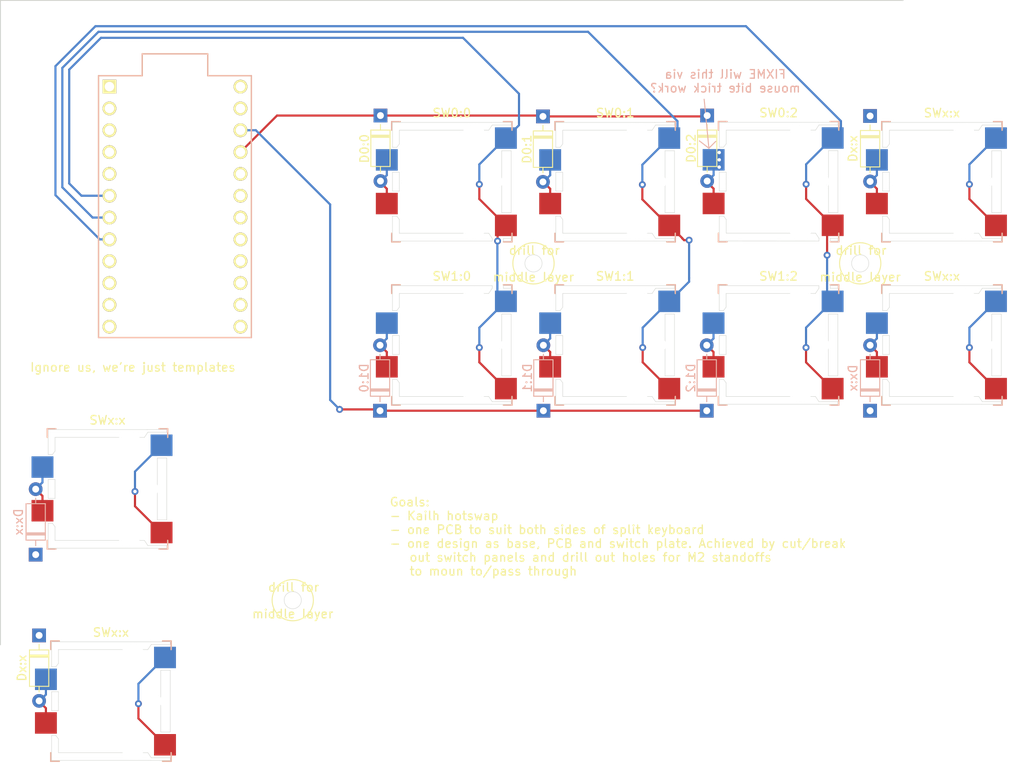
<source format=kicad_pcb>
(kicad_pcb (version 20171130) (host pcbnew 5.1.4)

  (general
    (thickness 1.6)
    (drawings 308)
    (tracks 175)
    (zones 0)
    (modules 21)
    (nets 31)
  )

  (page A4)
  (layers
    (0 F.Cu signal)
    (31 B.Cu signal)
    (32 B.Adhes user)
    (33 F.Adhes user)
    (34 B.Paste user)
    (35 F.Paste user)
    (36 B.SilkS user)
    (37 F.SilkS user)
    (38 B.Mask user)
    (39 F.Mask user)
    (40 Dwgs.User user)
    (41 Cmts.User user)
    (42 Eco1.User user)
    (43 Eco2.User user hide)
    (44 Edge.Cuts user)
    (45 Margin user)
    (46 B.CrtYd user)
    (47 F.CrtYd user)
    (48 B.Fab user hide)
    (49 F.Fab user hide)
  )

  (setup
    (last_trace_width 0.25)
    (trace_clearance 0.2)
    (zone_clearance 0.508)
    (zone_45_only no)
    (trace_min 0.2)
    (via_size 0.8)
    (via_drill 0.4)
    (via_min_size 0.4)
    (via_min_drill 0.3)
    (uvia_size 0.3)
    (uvia_drill 0.1)
    (uvias_allowed no)
    (uvia_min_size 0.2)
    (uvia_min_drill 0.1)
    (edge_width 0.05)
    (segment_width 0.2)
    (pcb_text_width 0.3)
    (pcb_text_size 1.5 1.5)
    (mod_edge_width 0.12)
    (mod_text_size 1 1)
    (mod_text_width 0.15)
    (pad_size 2.55 2.5)
    (pad_drill 0)
    (pad_to_mask_clearance 0.051)
    (solder_mask_min_width 0.25)
    (aux_axis_origin 0 0)
    (visible_elements FFFFFF7F)
    (pcbplotparams
      (layerselection 0x010fc_ffffffff)
      (usegerberextensions false)
      (usegerberattributes false)
      (usegerberadvancedattributes false)
      (creategerberjobfile false)
      (excludeedgelayer true)
      (linewidth 0.100000)
      (plotframeref false)
      (viasonmask false)
      (mode 1)
      (useauxorigin false)
      (hpglpennumber 1)
      (hpglpenspeed 20)
      (hpglpendiameter 15.000000)
      (psnegative false)
      (psa4output false)
      (plotreference true)
      (plotvalue true)
      (plotinvisibletext false)
      (padsonsilk false)
      (subtractmaskfromsilk false)
      (outputformat 1)
      (mirror false)
      (drillshape 1)
      (scaleselection 1)
      (outputdirectory ""))
  )

  (net 0 "")
  (net 1 "Net-(D0:0-Pad2)")
  (net 2 Row0)
  (net 3 "Net-(D0:1-Pad2)")
  (net 4 Col0)
  (net 5 "Net-(U1-Pad24)")
  (net 6 "Net-(U1-Pad23)")
  (net 7 "Net-(U1-Pad20)")
  (net 8 "Net-(U1-Pad19)")
  (net 9 "Net-(U1-Pad18)")
  (net 10 "Net-(U1-Pad17)")
  (net 11 "Net-(U1-Pad16)")
  (net 12 "Net-(U1-Pad15)")
  (net 13 "Net-(U1-Pad14)")
  (net 14 "Net-(U1-Pad13)")
  (net 15 "Net-(U1-Pad12)")
  (net 16 "Net-(U1-Pad11)")
  (net 17 "Net-(U1-Pad10)")
  (net 18 "Net-(U1-Pad9)")
  (net 19 Col1)
  (net 20 "Net-(U1-Pad5)")
  (net 21 "Net-(U1-Pad4)")
  (net 22 "Net-(U1-Pad3)")
  (net 23 "Net-(U1-Pad2)")
  (net 24 "Net-(U1-Pad1)")
  (net 25 "Net-(D0:2-Pad2)")
  (net 26 "Net-(D1:0-Pad2)")
  (net 27 Row1)
  (net 28 "Net-(D1:1-Pad2)")
  (net 29 "Net-(D1:2-Pad2)")
  (net 30 Col2)

  (net_class Default "This is the default net class."
    (clearance 0.2)
    (trace_width 0.25)
    (via_dia 0.8)
    (via_drill 0.4)
    (uvia_dia 0.3)
    (uvia_drill 0.1)
    (add_net Col0)
    (add_net Col1)
    (add_net Col2)
    (add_net "Net-(D0:0-Pad2)")
    (add_net "Net-(D0:1-Pad2)")
    (add_net "Net-(D0:2-Pad2)")
    (add_net "Net-(D1:0-Pad2)")
    (add_net "Net-(D1:1-Pad2)")
    (add_net "Net-(D1:2-Pad2)")
    (add_net "Net-(U1-Pad1)")
    (add_net "Net-(U1-Pad10)")
    (add_net "Net-(U1-Pad11)")
    (add_net "Net-(U1-Pad12)")
    (add_net "Net-(U1-Pad13)")
    (add_net "Net-(U1-Pad14)")
    (add_net "Net-(U1-Pad15)")
    (add_net "Net-(U1-Pad16)")
    (add_net "Net-(U1-Pad17)")
    (add_net "Net-(U1-Pad18)")
    (add_net "Net-(U1-Pad19)")
    (add_net "Net-(U1-Pad2)")
    (add_net "Net-(U1-Pad20)")
    (add_net "Net-(U1-Pad23)")
    (add_net "Net-(U1-Pad24)")
    (add_net "Net-(U1-Pad3)")
    (add_net "Net-(U1-Pad4)")
    (add_net "Net-(U1-Pad5)")
    (add_net "Net-(U1-Pad9)")
    (add_net Row0)
    (add_net Row1)
  )

  (module footprints:Kailh_socket_reversible (layer F.Cu) (tedit 5DB575C8) (tstamp 5DB6210C)
    (at 259.5 71.1)
    (descr "MX-style keyswitch with reversible Kailh socket mount")
    (tags MX,cherry,gateron,kailh,pg1511,socket)
    (path /5DB80557)
    (fp_text reference SWx:x (at 0 -8) (layer F.SilkS)
      (effects (font (size 1 1) (thickness 0.15)))
    )
    (fp_text value SW_Push (at 0 -8.7) (layer F.Fab)
      (effects (font (size 1 1) (thickness 0.15)))
    )
    (fp_line (start -7 -6) (end -7 -7) (layer F.SilkS) (width 0.15))
    (fp_line (start -7 -7) (end -6 -7) (layer B.SilkS) (width 0.15))
    (fp_line (start -6 7) (end -7 7) (layer F.SilkS) (width 0.15))
    (fp_line (start -7 7) (end -7 6) (layer B.SilkS) (width 0.15))
    (fp_line (start 7 6) (end 7 7) (layer F.SilkS) (width 0.15))
    (fp_line (start 7 7) (end 6 7) (layer F.SilkS) (width 0.15))
    (fp_line (start 6 -7) (end 7 -7) (layer F.SilkS) (width 0.15))
    (fp_line (start 7 -7) (end 7 -6) (layer B.SilkS) (width 0.15))
    (fp_line (start -6.9 6.9) (end 6.9 6.9) (layer Eco2.User) (width 0.15))
    (fp_line (start 6.9 -6.9) (end -6.9 -6.9) (layer Eco2.User) (width 0.15))
    (fp_line (start 6.9 -6.9) (end 6.9 6.9) (layer Eco2.User) (width 0.15))
    (fp_line (start -6.9 6.9) (end -6.9 -6.9) (layer Eco2.User) (width 0.15))
    (fp_line (start -6 7) (end -7 7) (layer B.SilkS) (width 0.15))
    (fp_line (start -7 7) (end -7 6) (layer F.SilkS) (width 0.15))
    (fp_line (start 7 6) (end 7 7) (layer B.SilkS) (width 0.15))
    (fp_line (start 7 7) (end 6 7) (layer B.SilkS) (width 0.15))
    (fp_line (start 6 -7) (end 7 -7) (layer B.SilkS) (width 0.15))
    (fp_line (start 7 -7) (end 7 -6) (layer F.SilkS) (width 0.15))
    (fp_line (start -7 -6) (end -7 -7) (layer B.SilkS) (width 0.15))
    (fp_line (start -7 -7) (end -6 -7) (layer F.SilkS) (width 0.15))
    (fp_line (start -9.5 -9.5) (end 9.5 -9.5) (layer Dwgs.User) (width 0.12))
    (fp_line (start 9.5 -9.5) (end 9.5 9.5) (layer Dwgs.User) (width 0.12))
    (fp_line (start 9.5 9.5) (end -9.5 9.5) (layer Dwgs.User) (width 0.12))
    (fp_line (start -9.5 9.5) (end -9.5 -9.5) (layer Dwgs.User) (width 0.12))
    (pad 2 smd rect (at -7.56 -2.54) (size 2.55 2.5) (layers B.Cu B.Paste B.Mask))
    (pad 1 smd rect (at 6.29 -5.08) (size 2.55 2.5) (layers B.Cu B.Paste B.Mask))
    (pad "" np_thru_hole circle (at -3.81 2.54) (size 3 3) (drill 3) (layers *.Cu *.Mask))
    (pad "" np_thru_hole circle (at 2.54 5.08) (size 3 3) (drill 3) (layers *.Cu *.Mask))
    (pad 1 smd rect (at 6.29 5.08) (size 2.55 2.5) (layers F.Cu F.Paste F.Mask))
    (pad "" np_thru_hole circle (at 2.54 -5.08) (size 3 3) (drill 3) (layers *.Cu *.Mask))
    (pad "" np_thru_hole circle (at -3.81 -2.54) (size 3 3) (drill 3) (layers *.Cu *.Mask))
    (pad "" np_thru_hole circle (at 0 0) (size 3.9878 3.9878) (drill 3.9878) (layers *.Cu *.Mask))
    (pad "" np_thru_hole circle (at 5.08 0) (size 1.7018 1.7018) (drill 1.7018) (layers *.Cu *.Mask))
    (pad "" np_thru_hole circle (at -5.08 0) (size 1.7018 1.7018) (drill 1.7018) (layers *.Cu *.Mask))
    (pad 2 smd rect (at -7.56 2.54) (size 2.55 2.5) (layers F.Cu F.Paste F.Mask))
  )

  (module Diode_THT:D_DO-35_SOD27_P7.62mm_Horizontal (layer F.Cu) (tedit 5DB575E3) (tstamp 5DB620E9)
    (at 251.15 63.45 270)
    (descr "Diode, DO-35_SOD27 series, Axial, Horizontal, pin pitch=7.62mm, , length*diameter=4*2mm^2, , http://www.diodes.com/_files/packages/DO-35.pdf")
    (tags "Diode DO-35_SOD27 series Axial Horizontal pin pitch 7.62mm  length 4mm diameter 2mm")
    (path /5DB7DFA3)
    (fp_text reference Dx:x (at 3.81 2 270) (layer F.SilkS)
      (effects (font (size 1 1) (thickness 0.15)))
    )
    (fp_text value 1N4148 (at 3.81 2.12 90) (layer F.Fab)
      (effects (font (size 1 1) (thickness 0.15)))
    )
    (fp_line (start 1.81 -1) (end 1.81 1) (layer F.Fab) (width 0.1))
    (fp_line (start 1.81 1) (end 5.81 1) (layer F.Fab) (width 0.1))
    (fp_line (start 5.81 1) (end 5.81 -1) (layer F.Fab) (width 0.1))
    (fp_line (start 5.81 -1) (end 1.81 -1) (layer F.Fab) (width 0.1))
    (fp_line (start 0 0) (end 1.81 0) (layer F.Fab) (width 0.1))
    (fp_line (start 7.62 0) (end 5.81 0) (layer F.Fab) (width 0.1))
    (fp_line (start 2.41 -1) (end 2.41 1) (layer F.Fab) (width 0.1))
    (fp_line (start 2.51 -1) (end 2.51 1) (layer F.Fab) (width 0.1))
    (fp_line (start 2.31 -1) (end 2.31 1) (layer F.Fab) (width 0.1))
    (fp_line (start 1.69 -1.12) (end 1.69 1.12) (layer F.SilkS) (width 0.12))
    (fp_line (start 1.69 1.12) (end 5.93 1.12) (layer F.SilkS) (width 0.12))
    (fp_line (start 5.93 1.12) (end 5.93 -1.12) (layer F.SilkS) (width 0.12))
    (fp_line (start 5.93 -1.12) (end 1.69 -1.12) (layer F.SilkS) (width 0.12))
    (fp_line (start 1.04 0) (end 1.69 0) (layer F.SilkS) (width 0.12))
    (fp_line (start 6.58 0) (end 5.93 0) (layer F.SilkS) (width 0.12))
    (fp_line (start 2.41 -1.12) (end 2.41 1.12) (layer F.SilkS) (width 0.12))
    (fp_line (start 2.53 -1.12) (end 2.53 1.12) (layer F.SilkS) (width 0.12))
    (fp_line (start 2.29 -1.12) (end 2.29 1.12) (layer F.SilkS) (width 0.12))
    (fp_line (start -1.05 -1.25) (end -1.05 1.25) (layer F.CrtYd) (width 0.05))
    (fp_line (start -1.05 1.25) (end 8.67 1.25) (layer F.CrtYd) (width 0.05))
    (fp_line (start 8.67 1.25) (end 8.67 -1.25) (layer F.CrtYd) (width 0.05))
    (fp_line (start 8.67 -1.25) (end -1.05 -1.25) (layer F.CrtYd) (width 0.05))
    (fp_text user %R (at 4.11 0 90) (layer F.Fab)
      (effects (font (size 0.8 0.8) (thickness 0.12)))
    )
    (fp_text user K (at 0 -1.8 90) (layer F.Fab)
      (effects (font (size 1 1) (thickness 0.15)))
    )
    (fp_text user K (at 0 -1.8 90) (layer F.Fab)
      (effects (font (size 1 1) (thickness 0.15)))
    )
    (pad 1 thru_hole rect (at 0 0 270) (size 1.6 1.6) (drill 0.8) (layers *.Cu *.Mask))
    (pad 2 thru_hole oval (at 7.62 0 270) (size 1.6 1.6) (drill 0.8) (layers *.Cu *.Mask))
    (model ${KISYS3DMOD}/Diode_THT.3dshapes/D_DO-35_SOD27_P7.62mm_Horizontal.wrl
      (at (xyz 0 0 0))
      (scale (xyz 1 1 1))
      (rotate (xyz 0 0 0))
    )
  )

  (module Diode_THT:D_DO-35_SOD27_P7.62mm_Horizontal (layer B.Cu) (tedit 5DB575E3) (tstamp 5DB61F6A)
    (at 251.15 97.75 90)
    (descr "Diode, DO-35_SOD27 series, Axial, Horizontal, pin pitch=7.62mm, , length*diameter=4*2mm^2, , http://www.diodes.com/_files/packages/DO-35.pdf")
    (tags "Diode DO-35_SOD27 series Axial Horizontal pin pitch 7.62mm  length 4mm diameter 2mm")
    (path /5DB7DFA3)
    (fp_text reference Dx:x (at 3.81 -2 90) (layer B.SilkS)
      (effects (font (size 1 1) (thickness 0.15)) (justify mirror))
    )
    (fp_text value 1N4148 (at 3.81 -2.12 270) (layer B.Fab)
      (effects (font (size 1 1) (thickness 0.15)) (justify mirror))
    )
    (fp_text user K (at 0 1.8 270) (layer B.Fab)
      (effects (font (size 1 1) (thickness 0.15)) (justify mirror))
    )
    (fp_text user K (at 0 1.8 270) (layer B.Fab)
      (effects (font (size 1 1) (thickness 0.15)) (justify mirror))
    )
    (fp_text user %R (at 4.11 0 270) (layer B.Fab)
      (effects (font (size 0.8 0.8) (thickness 0.12)) (justify mirror))
    )
    (fp_line (start 8.67 1.25) (end -1.05 1.25) (layer B.CrtYd) (width 0.05))
    (fp_line (start 8.67 -1.25) (end 8.67 1.25) (layer B.CrtYd) (width 0.05))
    (fp_line (start -1.05 -1.25) (end 8.67 -1.25) (layer B.CrtYd) (width 0.05))
    (fp_line (start -1.05 1.25) (end -1.05 -1.25) (layer B.CrtYd) (width 0.05))
    (fp_line (start 2.29 1.12) (end 2.29 -1.12) (layer B.SilkS) (width 0.12))
    (fp_line (start 2.53 1.12) (end 2.53 -1.12) (layer B.SilkS) (width 0.12))
    (fp_line (start 2.41 1.12) (end 2.41 -1.12) (layer B.SilkS) (width 0.12))
    (fp_line (start 6.58 0) (end 5.93 0) (layer B.SilkS) (width 0.12))
    (fp_line (start 1.04 0) (end 1.69 0) (layer B.SilkS) (width 0.12))
    (fp_line (start 5.93 1.12) (end 1.69 1.12) (layer B.SilkS) (width 0.12))
    (fp_line (start 5.93 -1.12) (end 5.93 1.12) (layer B.SilkS) (width 0.12))
    (fp_line (start 1.69 -1.12) (end 5.93 -1.12) (layer B.SilkS) (width 0.12))
    (fp_line (start 1.69 1.12) (end 1.69 -1.12) (layer B.SilkS) (width 0.12))
    (fp_line (start 2.31 1) (end 2.31 -1) (layer B.Fab) (width 0.1))
    (fp_line (start 2.51 1) (end 2.51 -1) (layer B.Fab) (width 0.1))
    (fp_line (start 2.41 1) (end 2.41 -1) (layer B.Fab) (width 0.1))
    (fp_line (start 7.62 0) (end 5.81 0) (layer B.Fab) (width 0.1))
    (fp_line (start 0 0) (end 1.81 0) (layer B.Fab) (width 0.1))
    (fp_line (start 5.81 1) (end 1.81 1) (layer B.Fab) (width 0.1))
    (fp_line (start 5.81 -1) (end 5.81 1) (layer B.Fab) (width 0.1))
    (fp_line (start 1.81 -1) (end 5.81 -1) (layer B.Fab) (width 0.1))
    (fp_line (start 1.81 1) (end 1.81 -1) (layer B.Fab) (width 0.1))
    (pad 2 thru_hole oval (at 7.62 0 90) (size 1.6 1.6) (drill 0.8) (layers *.Cu *.Mask))
    (pad 1 thru_hole rect (at 0 0 90) (size 1.6 1.6) (drill 0.8) (layers *.Cu *.Mask))
    (model ${KISYS3DMOD}/Diode_THT.3dshapes/D_DO-35_SOD27_P7.62mm_Horizontal.wrl
      (at (xyz 0 0 0))
      (scale (xyz 1 1 1))
      (rotate (xyz 0 0 0))
    )
  )

  (module footprints:Kailh_socket_reversible (layer F.Cu) (tedit 5DB575C8) (tstamp 5DB61F39)
    (at 259.5 90.1)
    (descr "MX-style keyswitch with reversible Kailh socket mount")
    (tags MX,cherry,gateron,kailh,pg1511,socket)
    (path /5DB80557)
    (fp_text reference SWx:x (at 0 -8) (layer F.SilkS)
      (effects (font (size 1 1) (thickness 0.15)))
    )
    (fp_text value SW_Push (at 0 -8.7) (layer F.Fab)
      (effects (font (size 1 1) (thickness 0.15)))
    )
    (fp_line (start -9.5 9.5) (end -9.5 -9.5) (layer Dwgs.User) (width 0.12))
    (fp_line (start 9.5 9.5) (end -9.5 9.5) (layer Dwgs.User) (width 0.12))
    (fp_line (start 9.5 -9.5) (end 9.5 9.5) (layer Dwgs.User) (width 0.12))
    (fp_line (start -9.5 -9.5) (end 9.5 -9.5) (layer Dwgs.User) (width 0.12))
    (fp_line (start -7 -7) (end -6 -7) (layer F.SilkS) (width 0.15))
    (fp_line (start -7 -6) (end -7 -7) (layer B.SilkS) (width 0.15))
    (fp_line (start 7 -7) (end 7 -6) (layer F.SilkS) (width 0.15))
    (fp_line (start 6 -7) (end 7 -7) (layer B.SilkS) (width 0.15))
    (fp_line (start 7 7) (end 6 7) (layer B.SilkS) (width 0.15))
    (fp_line (start 7 6) (end 7 7) (layer B.SilkS) (width 0.15))
    (fp_line (start -7 7) (end -7 6) (layer F.SilkS) (width 0.15))
    (fp_line (start -6 7) (end -7 7) (layer B.SilkS) (width 0.15))
    (fp_line (start -6.9 6.9) (end -6.9 -6.9) (layer Eco2.User) (width 0.15))
    (fp_line (start 6.9 -6.9) (end 6.9 6.9) (layer Eco2.User) (width 0.15))
    (fp_line (start 6.9 -6.9) (end -6.9 -6.9) (layer Eco2.User) (width 0.15))
    (fp_line (start -6.9 6.9) (end 6.9 6.9) (layer Eco2.User) (width 0.15))
    (fp_line (start 7 -7) (end 7 -6) (layer B.SilkS) (width 0.15))
    (fp_line (start 6 -7) (end 7 -7) (layer F.SilkS) (width 0.15))
    (fp_line (start 7 7) (end 6 7) (layer F.SilkS) (width 0.15))
    (fp_line (start 7 6) (end 7 7) (layer F.SilkS) (width 0.15))
    (fp_line (start -7 7) (end -7 6) (layer B.SilkS) (width 0.15))
    (fp_line (start -6 7) (end -7 7) (layer F.SilkS) (width 0.15))
    (fp_line (start -7 -7) (end -6 -7) (layer B.SilkS) (width 0.15))
    (fp_line (start -7 -6) (end -7 -7) (layer F.SilkS) (width 0.15))
    (pad 2 smd rect (at -7.56 2.54) (size 2.55 2.5) (layers F.Cu F.Paste F.Mask))
    (pad "" np_thru_hole circle (at -5.08 0) (size 1.7018 1.7018) (drill 1.7018) (layers *.Cu *.Mask))
    (pad "" np_thru_hole circle (at 5.08 0) (size 1.7018 1.7018) (drill 1.7018) (layers *.Cu *.Mask))
    (pad "" np_thru_hole circle (at 0 0) (size 3.9878 3.9878) (drill 3.9878) (layers *.Cu *.Mask))
    (pad "" np_thru_hole circle (at -3.81 -2.54) (size 3 3) (drill 3) (layers *.Cu *.Mask))
    (pad "" np_thru_hole circle (at 2.54 -5.08) (size 3 3) (drill 3) (layers *.Cu *.Mask))
    (pad 1 smd rect (at 6.29 5.08) (size 2.55 2.5) (layers F.Cu F.Paste F.Mask))
    (pad "" np_thru_hole circle (at 2.54 5.08) (size 3 3) (drill 3) (layers *.Cu *.Mask))
    (pad "" np_thru_hole circle (at -3.81 2.54) (size 3 3) (drill 3) (layers *.Cu *.Mask))
    (pad 1 smd rect (at 6.29 -5.08) (size 2.55 2.5) (layers B.Cu B.Paste B.Mask))
    (pad 2 smd rect (at -7.56 -2.54) (size 2.55 2.5) (layers B.Cu B.Paste B.Mask))
  )

  (module Diode_THT:D_DO-35_SOD27_P7.62mm_Horizontal (layer F.Cu) (tedit 5DB575E3) (tstamp 5DB61E2F)
    (at 154.5 123.9 270)
    (descr "Diode, DO-35_SOD27 series, Axial, Horizontal, pin pitch=7.62mm, , length*diameter=4*2mm^2, , http://www.diodes.com/_files/packages/DO-35.pdf")
    (tags "Diode DO-35_SOD27 series Axial Horizontal pin pitch 7.62mm  length 4mm diameter 2mm")
    (path /5DB7DFA3)
    (fp_text reference Dx:x (at 3.81 2 270) (layer F.SilkS)
      (effects (font (size 1 1) (thickness 0.15)))
    )
    (fp_text value 1N4148 (at 3.81 2.12 90) (layer F.Fab)
      (effects (font (size 1 1) (thickness 0.15)))
    )
    (fp_text user K (at 0 -1.8 90) (layer F.Fab)
      (effects (font (size 1 1) (thickness 0.15)))
    )
    (fp_text user K (at 0 -1.8 90) (layer F.Fab)
      (effects (font (size 1 1) (thickness 0.15)))
    )
    (fp_text user %R (at 4.11 0 90) (layer F.Fab)
      (effects (font (size 0.8 0.8) (thickness 0.12)))
    )
    (fp_line (start 8.67 -1.25) (end -1.05 -1.25) (layer F.CrtYd) (width 0.05))
    (fp_line (start 8.67 1.25) (end 8.67 -1.25) (layer F.CrtYd) (width 0.05))
    (fp_line (start -1.05 1.25) (end 8.67 1.25) (layer F.CrtYd) (width 0.05))
    (fp_line (start -1.05 -1.25) (end -1.05 1.25) (layer F.CrtYd) (width 0.05))
    (fp_line (start 2.29 -1.12) (end 2.29 1.12) (layer F.SilkS) (width 0.12))
    (fp_line (start 2.53 -1.12) (end 2.53 1.12) (layer F.SilkS) (width 0.12))
    (fp_line (start 2.41 -1.12) (end 2.41 1.12) (layer F.SilkS) (width 0.12))
    (fp_line (start 6.58 0) (end 5.93 0) (layer F.SilkS) (width 0.12))
    (fp_line (start 1.04 0) (end 1.69 0) (layer F.SilkS) (width 0.12))
    (fp_line (start 5.93 -1.12) (end 1.69 -1.12) (layer F.SilkS) (width 0.12))
    (fp_line (start 5.93 1.12) (end 5.93 -1.12) (layer F.SilkS) (width 0.12))
    (fp_line (start 1.69 1.12) (end 5.93 1.12) (layer F.SilkS) (width 0.12))
    (fp_line (start 1.69 -1.12) (end 1.69 1.12) (layer F.SilkS) (width 0.12))
    (fp_line (start 2.31 -1) (end 2.31 1) (layer F.Fab) (width 0.1))
    (fp_line (start 2.51 -1) (end 2.51 1) (layer F.Fab) (width 0.1))
    (fp_line (start 2.41 -1) (end 2.41 1) (layer F.Fab) (width 0.1))
    (fp_line (start 7.62 0) (end 5.81 0) (layer F.Fab) (width 0.1))
    (fp_line (start 0 0) (end 1.81 0) (layer F.Fab) (width 0.1))
    (fp_line (start 5.81 -1) (end 1.81 -1) (layer F.Fab) (width 0.1))
    (fp_line (start 5.81 1) (end 5.81 -1) (layer F.Fab) (width 0.1))
    (fp_line (start 1.81 1) (end 5.81 1) (layer F.Fab) (width 0.1))
    (fp_line (start 1.81 -1) (end 1.81 1) (layer F.Fab) (width 0.1))
    (pad 2 thru_hole oval (at 7.62 0 270) (size 1.6 1.6) (drill 0.8) (layers *.Cu *.Mask))
    (pad 1 thru_hole rect (at 0 0 270) (size 1.6 1.6) (drill 0.8) (layers *.Cu *.Mask))
    (model ${KISYS3DMOD}/Diode_THT.3dshapes/D_DO-35_SOD27_P7.62mm_Horizontal.wrl
      (at (xyz 0 0 0))
      (scale (xyz 1 1 1))
      (rotate (xyz 0 0 0))
    )
  )

  (module footprints:Kailh_socket_reversible (layer F.Cu) (tedit 5DB575C8) (tstamp 5DB61DFE)
    (at 162.85 131.55)
    (descr "MX-style keyswitch with reversible Kailh socket mount")
    (tags MX,cherry,gateron,kailh,pg1511,socket)
    (path /5DB80557)
    (fp_text reference SWx:x (at 0 -8) (layer F.SilkS)
      (effects (font (size 1 1) (thickness 0.15)))
    )
    (fp_text value SW_Push (at 0 -8.7) (layer F.Fab)
      (effects (font (size 1 1) (thickness 0.15)))
    )
    (fp_line (start -9.5 9.5) (end -9.5 -9.5) (layer Dwgs.User) (width 0.12))
    (fp_line (start 9.5 9.5) (end -9.5 9.5) (layer Dwgs.User) (width 0.12))
    (fp_line (start 9.5 -9.5) (end 9.5 9.5) (layer Dwgs.User) (width 0.12))
    (fp_line (start -9.5 -9.5) (end 9.5 -9.5) (layer Dwgs.User) (width 0.12))
    (fp_line (start -7 -7) (end -6 -7) (layer F.SilkS) (width 0.15))
    (fp_line (start -7 -6) (end -7 -7) (layer B.SilkS) (width 0.15))
    (fp_line (start 7 -7) (end 7 -6) (layer F.SilkS) (width 0.15))
    (fp_line (start 6 -7) (end 7 -7) (layer B.SilkS) (width 0.15))
    (fp_line (start 7 7) (end 6 7) (layer B.SilkS) (width 0.15))
    (fp_line (start 7 6) (end 7 7) (layer B.SilkS) (width 0.15))
    (fp_line (start -7 7) (end -7 6) (layer F.SilkS) (width 0.15))
    (fp_line (start -6 7) (end -7 7) (layer B.SilkS) (width 0.15))
    (fp_line (start -6.9 6.9) (end -6.9 -6.9) (layer Eco2.User) (width 0.15))
    (fp_line (start 6.9 -6.9) (end 6.9 6.9) (layer Eco2.User) (width 0.15))
    (fp_line (start 6.9 -6.9) (end -6.9 -6.9) (layer Eco2.User) (width 0.15))
    (fp_line (start -6.9 6.9) (end 6.9 6.9) (layer Eco2.User) (width 0.15))
    (fp_line (start 7 -7) (end 7 -6) (layer B.SilkS) (width 0.15))
    (fp_line (start 6 -7) (end 7 -7) (layer F.SilkS) (width 0.15))
    (fp_line (start 7 7) (end 6 7) (layer F.SilkS) (width 0.15))
    (fp_line (start 7 6) (end 7 7) (layer F.SilkS) (width 0.15))
    (fp_line (start -7 7) (end -7 6) (layer B.SilkS) (width 0.15))
    (fp_line (start -6 7) (end -7 7) (layer F.SilkS) (width 0.15))
    (fp_line (start -7 -7) (end -6 -7) (layer B.SilkS) (width 0.15))
    (fp_line (start -7 -6) (end -7 -7) (layer F.SilkS) (width 0.15))
    (pad 2 smd rect (at -7.56 2.54) (size 2.55 2.5) (layers F.Cu F.Paste F.Mask))
    (pad "" np_thru_hole circle (at -5.08 0) (size 1.7018 1.7018) (drill 1.7018) (layers *.Cu *.Mask))
    (pad "" np_thru_hole circle (at 5.08 0) (size 1.7018 1.7018) (drill 1.7018) (layers *.Cu *.Mask))
    (pad "" np_thru_hole circle (at 0 0) (size 3.9878 3.9878) (drill 3.9878) (layers *.Cu *.Mask))
    (pad "" np_thru_hole circle (at -3.81 -2.54) (size 3 3) (drill 3) (layers *.Cu *.Mask))
    (pad "" np_thru_hole circle (at 2.54 -5.08) (size 3 3) (drill 3) (layers *.Cu *.Mask))
    (pad 1 smd rect (at 6.29 5.08) (size 2.55 2.5) (layers F.Cu F.Paste F.Mask))
    (pad "" np_thru_hole circle (at 2.54 5.08) (size 3 3) (drill 3) (layers *.Cu *.Mask))
    (pad "" np_thru_hole circle (at -3.81 2.54) (size 3 3) (drill 3) (layers *.Cu *.Mask))
    (pad 1 smd rect (at 6.29 -5.08) (size 2.55 2.5) (layers B.Cu B.Paste B.Mask))
    (pad 2 smd rect (at -7.56 -2.54) (size 2.55 2.5) (layers B.Cu B.Paste B.Mask))
  )

  (module Diode_THT:D_DO-35_SOD27_P7.62mm_Horizontal (layer B.Cu) (tedit 5DB57A9A) (tstamp 5DB64ABA)
    (at 232.15 97.75 90)
    (descr "Diode, DO-35_SOD27 series, Axial, Horizontal, pin pitch=7.62mm, , length*diameter=4*2mm^2, , http://www.diodes.com/_files/packages/DO-35.pdf")
    (tags "Diode DO-35_SOD27 series Axial Horizontal pin pitch 7.62mm  length 4mm diameter 2mm")
    (path /5DB7DFA3)
    (fp_text reference D1:2 (at 3.81 -1.85 270) (layer B.SilkS)
      (effects (font (size 1 1) (thickness 0.15)) (justify mirror))
    )
    (fp_text value 1N4148 (at 3.81 -2.12 270) (layer B.Fab)
      (effects (font (size 1 1) (thickness 0.15)) (justify mirror))
    )
    (fp_text user K (at 0 1.8 270) (layer B.Fab)
      (effects (font (size 1 1) (thickness 0.15)) (justify mirror))
    )
    (fp_text user K (at 0 1.8 270) (layer B.Fab)
      (effects (font (size 1 1) (thickness 0.15)) (justify mirror))
    )
    (fp_text user %R (at 4.11 0 270) (layer B.Fab)
      (effects (font (size 0.8 0.8) (thickness 0.12)) (justify mirror))
    )
    (fp_line (start 8.67 1.25) (end -1.05 1.25) (layer B.CrtYd) (width 0.05))
    (fp_line (start 8.67 -1.25) (end 8.67 1.25) (layer B.CrtYd) (width 0.05))
    (fp_line (start -1.05 -1.25) (end 8.67 -1.25) (layer B.CrtYd) (width 0.05))
    (fp_line (start -1.05 1.25) (end -1.05 -1.25) (layer B.CrtYd) (width 0.05))
    (fp_line (start 2.29 1.12) (end 2.29 -1.12) (layer B.SilkS) (width 0.12))
    (fp_line (start 2.53 1.12) (end 2.53 -1.12) (layer B.SilkS) (width 0.12))
    (fp_line (start 2.41 1.12) (end 2.41 -1.12) (layer B.SilkS) (width 0.12))
    (fp_line (start 6.58 0) (end 5.93 0) (layer B.SilkS) (width 0.12))
    (fp_line (start 1.04 0) (end 1.69 0) (layer B.SilkS) (width 0.12))
    (fp_line (start 5.93 1.12) (end 1.69 1.12) (layer B.SilkS) (width 0.12))
    (fp_line (start 5.93 -1.12) (end 5.93 1.12) (layer B.SilkS) (width 0.12))
    (fp_line (start 1.69 -1.12) (end 5.93 -1.12) (layer B.SilkS) (width 0.12))
    (fp_line (start 1.69 1.12) (end 1.69 -1.12) (layer B.SilkS) (width 0.12))
    (fp_line (start 2.31 1) (end 2.31 -1) (layer B.Fab) (width 0.1))
    (fp_line (start 2.51 1) (end 2.51 -1) (layer B.Fab) (width 0.1))
    (fp_line (start 2.41 1) (end 2.41 -1) (layer B.Fab) (width 0.1))
    (fp_line (start 7.62 0) (end 5.81 0) (layer B.Fab) (width 0.1))
    (fp_line (start 0 0) (end 1.81 0) (layer B.Fab) (width 0.1))
    (fp_line (start 5.81 1) (end 1.81 1) (layer B.Fab) (width 0.1))
    (fp_line (start 5.81 -1) (end 5.81 1) (layer B.Fab) (width 0.1))
    (fp_line (start 1.81 -1) (end 5.81 -1) (layer B.Fab) (width 0.1))
    (fp_line (start 1.81 1) (end 1.81 -1) (layer B.Fab) (width 0.1))
    (pad 2 thru_hole oval (at 7.62 0 90) (size 1.6 1.6) (drill 0.8) (layers *.Cu *.Mask)
      (net 29 "Net-(D1:2-Pad2)"))
    (pad 1 thru_hole rect (at 0 0 90) (size 1.6 1.6) (drill 0.8) (layers *.Cu *.Mask)
      (net 27 Row1))
    (model ${KISYS3DMOD}/Diode_THT.3dshapes/D_DO-35_SOD27_P7.62mm_Horizontal.wrl
      (at (xyz 0 0 0))
      (scale (xyz 1 1 1))
      (rotate (xyz 0 0 0))
    )
  )

  (module footprints:Kailh_socket_reversible (layer F.Cu) (tedit 5DB57A9F) (tstamp 5DB64A83)
    (at 240.5 90.1)
    (descr "MX-style keyswitch with reversible Kailh socket mount")
    (tags MX,cherry,gateron,kailh,pg1511,socket)
    (path /5DB80557)
    (fp_text reference SW1:2 (at 0 -8) (layer F.SilkS)
      (effects (font (size 1 1) (thickness 0.15)))
    )
    (fp_text value SW_Push (at 0 -8.7) (layer F.Fab)
      (effects (font (size 1 1) (thickness 0.15)))
    )
    (fp_line (start -9.5 9.5) (end -9.5 -9.5) (layer Dwgs.User) (width 0.12))
    (fp_line (start 9.5 9.5) (end -9.5 9.5) (layer Dwgs.User) (width 0.12))
    (fp_line (start 9.5 -9.5) (end 9.5 9.5) (layer Dwgs.User) (width 0.12))
    (fp_line (start -9.5 -9.5) (end 9.5 -9.5) (layer Dwgs.User) (width 0.12))
    (fp_line (start -7 -7) (end -6 -7) (layer F.SilkS) (width 0.15))
    (fp_line (start -7 -6) (end -7 -7) (layer B.SilkS) (width 0.15))
    (fp_line (start 7 -7) (end 7 -6) (layer F.SilkS) (width 0.15))
    (fp_line (start 6 -7) (end 7 -7) (layer B.SilkS) (width 0.15))
    (fp_line (start 7 7) (end 6 7) (layer B.SilkS) (width 0.15))
    (fp_line (start 7 6) (end 7 7) (layer B.SilkS) (width 0.15))
    (fp_line (start -7 7) (end -7 6) (layer F.SilkS) (width 0.15))
    (fp_line (start -6 7) (end -7 7) (layer B.SilkS) (width 0.15))
    (fp_line (start -6.9 6.9) (end -6.9 -6.9) (layer Eco2.User) (width 0.15))
    (fp_line (start 6.9 -6.9) (end 6.9 6.9) (layer Eco2.User) (width 0.15))
    (fp_line (start 6.9 -6.9) (end -6.9 -6.9) (layer Eco2.User) (width 0.15))
    (fp_line (start -6.9 6.9) (end 6.9 6.9) (layer Eco2.User) (width 0.15))
    (fp_line (start 7 -7) (end 7 -6) (layer B.SilkS) (width 0.15))
    (fp_line (start 6 -7) (end 7 -7) (layer F.SilkS) (width 0.15))
    (fp_line (start 7 7) (end 6 7) (layer F.SilkS) (width 0.15))
    (fp_line (start 7 6) (end 7 7) (layer F.SilkS) (width 0.15))
    (fp_line (start -7 7) (end -7 6) (layer B.SilkS) (width 0.15))
    (fp_line (start -6 7) (end -7 7) (layer F.SilkS) (width 0.15))
    (fp_line (start -7 -7) (end -6 -7) (layer B.SilkS) (width 0.15))
    (fp_line (start -7 -6) (end -7 -7) (layer F.SilkS) (width 0.15))
    (pad 2 smd rect (at -7.56 2.54) (size 2.55 2.5) (layers F.Cu F.Paste F.Mask)
      (net 29 "Net-(D1:2-Pad2)"))
    (pad "" np_thru_hole circle (at -5.08 0) (size 1.7018 1.7018) (drill 1.7018) (layers *.Cu *.Mask))
    (pad "" np_thru_hole circle (at 5.08 0) (size 1.7018 1.7018) (drill 1.7018) (layers *.Cu *.Mask))
    (pad "" np_thru_hole circle (at 0 0) (size 3.9878 3.9878) (drill 3.9878) (layers *.Cu *.Mask))
    (pad "" np_thru_hole circle (at -3.81 -2.54) (size 3 3) (drill 3) (layers *.Cu *.Mask))
    (pad "" np_thru_hole circle (at 2.54 -5.08) (size 3 3) (drill 3) (layers *.Cu *.Mask))
    (pad 1 smd rect (at 6.29 5.08) (size 2.55 2.5) (layers F.Cu F.Paste F.Mask)
      (net 30 Col2))
    (pad "" np_thru_hole circle (at 2.54 5.08) (size 3 3) (drill 3) (layers *.Cu *.Mask))
    (pad "" np_thru_hole circle (at -3.81 2.54) (size 3 3) (drill 3) (layers *.Cu *.Mask))
    (pad 1 smd rect (at 6.29 -5.08) (size 2.55 2.5) (layers B.Cu B.Paste B.Mask)
      (net 30 Col2))
    (pad 2 smd rect (at -7.56 -2.54) (size 2.55 2.5) (layers B.Cu B.Paste B.Mask)
      (net 29 "Net-(D1:2-Pad2)"))
  )

  (module footprints:Kailh_socket_reversible (layer F.Cu) (tedit 5DB57A15) (tstamp 5DB649E1)
    (at 221.5 90.1)
    (descr "MX-style keyswitch with reversible Kailh socket mount")
    (tags MX,cherry,gateron,kailh,pg1511,socket)
    (path /5DB80557)
    (fp_text reference SW1:1 (at 0 -8) (layer F.SilkS)
      (effects (font (size 1 1) (thickness 0.15)))
    )
    (fp_text value SW_Push (at 0 -8.7) (layer F.Fab)
      (effects (font (size 1 1) (thickness 0.15)))
    )
    (fp_line (start -7 -6) (end -7 -7) (layer F.SilkS) (width 0.15))
    (fp_line (start -7 -7) (end -6 -7) (layer B.SilkS) (width 0.15))
    (fp_line (start -6 7) (end -7 7) (layer F.SilkS) (width 0.15))
    (fp_line (start -7 7) (end -7 6) (layer B.SilkS) (width 0.15))
    (fp_line (start 7 6) (end 7 7) (layer F.SilkS) (width 0.15))
    (fp_line (start 7 7) (end 6 7) (layer F.SilkS) (width 0.15))
    (fp_line (start 6 -7) (end 7 -7) (layer F.SilkS) (width 0.15))
    (fp_line (start 7 -7) (end 7 -6) (layer B.SilkS) (width 0.15))
    (fp_line (start -6.9 6.9) (end 6.9 6.9) (layer Eco2.User) (width 0.15))
    (fp_line (start 6.9 -6.9) (end -6.9 -6.9) (layer Eco2.User) (width 0.15))
    (fp_line (start 6.9 -6.9) (end 6.9 6.9) (layer Eco2.User) (width 0.15))
    (fp_line (start -6.9 6.9) (end -6.9 -6.9) (layer Eco2.User) (width 0.15))
    (fp_line (start -6 7) (end -7 7) (layer B.SilkS) (width 0.15))
    (fp_line (start -7 7) (end -7 6) (layer F.SilkS) (width 0.15))
    (fp_line (start 7 6) (end 7 7) (layer B.SilkS) (width 0.15))
    (fp_line (start 7 7) (end 6 7) (layer B.SilkS) (width 0.15))
    (fp_line (start 6 -7) (end 7 -7) (layer B.SilkS) (width 0.15))
    (fp_line (start 7 -7) (end 7 -6) (layer F.SilkS) (width 0.15))
    (fp_line (start -7 -6) (end -7 -7) (layer B.SilkS) (width 0.15))
    (fp_line (start -7 -7) (end -6 -7) (layer F.SilkS) (width 0.15))
    (fp_line (start -9.5 -9.5) (end 9.5 -9.5) (layer Dwgs.User) (width 0.12))
    (fp_line (start 9.5 -9.5) (end 9.5 9.5) (layer Dwgs.User) (width 0.12))
    (fp_line (start 9.5 9.5) (end -9.5 9.5) (layer Dwgs.User) (width 0.12))
    (fp_line (start -9.5 9.5) (end -9.5 -9.5) (layer Dwgs.User) (width 0.12))
    (pad 2 smd rect (at -7.56 -2.54) (size 2.55 2.5) (layers B.Cu B.Paste B.Mask)
      (net 28 "Net-(D1:1-Pad2)"))
    (pad 1 smd rect (at 6.29 -5.08) (size 2.55 2.5) (layers B.Cu B.Paste B.Mask)
      (net 19 Col1))
    (pad "" np_thru_hole circle (at -3.81 2.54) (size 3 3) (drill 3) (layers *.Cu *.Mask))
    (pad "" np_thru_hole circle (at 2.54 5.08) (size 3 3) (drill 3) (layers *.Cu *.Mask))
    (pad 1 smd rect (at 6.29 5.08) (size 2.55 2.5) (layers F.Cu F.Paste F.Mask)
      (net 19 Col1))
    (pad "" np_thru_hole circle (at 2.54 -5.08) (size 3 3) (drill 3) (layers *.Cu *.Mask))
    (pad "" np_thru_hole circle (at -3.81 -2.54) (size 3 3) (drill 3) (layers *.Cu *.Mask))
    (pad "" np_thru_hole circle (at 0 0) (size 3.9878 3.9878) (drill 3.9878) (layers *.Cu *.Mask))
    (pad "" np_thru_hole circle (at 5.08 0) (size 1.7018 1.7018) (drill 1.7018) (layers *.Cu *.Mask))
    (pad "" np_thru_hole circle (at -5.08 0) (size 1.7018 1.7018) (drill 1.7018) (layers *.Cu *.Mask))
    (pad 2 smd rect (at -7.56 2.54) (size 2.55 2.5) (layers F.Cu F.Paste F.Mask)
      (net 28 "Net-(D1:1-Pad2)"))
  )

  (module Diode_THT:D_DO-35_SOD27_P7.62mm_Horizontal (layer B.Cu) (tedit 5DB579AE) (tstamp 5DB649BC)
    (at 213.15 97.75 90)
    (descr "Diode, DO-35_SOD27 series, Axial, Horizontal, pin pitch=7.62mm, , length*diameter=4*2mm^2, , http://www.diodes.com/_files/packages/DO-35.pdf")
    (tags "Diode DO-35_SOD27 series Axial Horizontal pin pitch 7.62mm  length 4mm diameter 2mm")
    (path /5DB7DFA3)
    (fp_text reference D1:1 (at 3.81 -1.85 270) (layer B.SilkS)
      (effects (font (size 1 1) (thickness 0.15)) (justify mirror))
    )
    (fp_text value 1N4148 (at 3.81 -2.12 270) (layer B.Fab)
      (effects (font (size 1 1) (thickness 0.15)) (justify mirror))
    )
    (fp_line (start 1.81 1) (end 1.81 -1) (layer B.Fab) (width 0.1))
    (fp_line (start 1.81 -1) (end 5.81 -1) (layer B.Fab) (width 0.1))
    (fp_line (start 5.81 -1) (end 5.81 1) (layer B.Fab) (width 0.1))
    (fp_line (start 5.81 1) (end 1.81 1) (layer B.Fab) (width 0.1))
    (fp_line (start 0 0) (end 1.81 0) (layer B.Fab) (width 0.1))
    (fp_line (start 7.62 0) (end 5.81 0) (layer B.Fab) (width 0.1))
    (fp_line (start 2.41 1) (end 2.41 -1) (layer B.Fab) (width 0.1))
    (fp_line (start 2.51 1) (end 2.51 -1) (layer B.Fab) (width 0.1))
    (fp_line (start 2.31 1) (end 2.31 -1) (layer B.Fab) (width 0.1))
    (fp_line (start 1.69 1.12) (end 1.69 -1.12) (layer B.SilkS) (width 0.12))
    (fp_line (start 1.69 -1.12) (end 5.93 -1.12) (layer B.SilkS) (width 0.12))
    (fp_line (start 5.93 -1.12) (end 5.93 1.12) (layer B.SilkS) (width 0.12))
    (fp_line (start 5.93 1.12) (end 1.69 1.12) (layer B.SilkS) (width 0.12))
    (fp_line (start 1.04 0) (end 1.69 0) (layer B.SilkS) (width 0.12))
    (fp_line (start 6.58 0) (end 5.93 0) (layer B.SilkS) (width 0.12))
    (fp_line (start 2.41 1.12) (end 2.41 -1.12) (layer B.SilkS) (width 0.12))
    (fp_line (start 2.53 1.12) (end 2.53 -1.12) (layer B.SilkS) (width 0.12))
    (fp_line (start 2.29 1.12) (end 2.29 -1.12) (layer B.SilkS) (width 0.12))
    (fp_line (start -1.05 1.25) (end -1.05 -1.25) (layer B.CrtYd) (width 0.05))
    (fp_line (start -1.05 -1.25) (end 8.67 -1.25) (layer B.CrtYd) (width 0.05))
    (fp_line (start 8.67 -1.25) (end 8.67 1.25) (layer B.CrtYd) (width 0.05))
    (fp_line (start 8.67 1.25) (end -1.05 1.25) (layer B.CrtYd) (width 0.05))
    (fp_text user %R (at 4.11 0 270) (layer B.Fab)
      (effects (font (size 0.8 0.8) (thickness 0.12)) (justify mirror))
    )
    (fp_text user K (at 0 1.8 270) (layer B.Fab)
      (effects (font (size 1 1) (thickness 0.15)) (justify mirror))
    )
    (fp_text user K (at 0 1.8 270) (layer B.Fab)
      (effects (font (size 1 1) (thickness 0.15)) (justify mirror))
    )
    (pad 1 thru_hole rect (at 0 0 90) (size 1.6 1.6) (drill 0.8) (layers *.Cu *.Mask)
      (net 27 Row1))
    (pad 2 thru_hole oval (at 7.62 0 90) (size 1.6 1.6) (drill 0.8) (layers *.Cu *.Mask)
      (net 28 "Net-(D1:1-Pad2)"))
    (model ${KISYS3DMOD}/Diode_THT.3dshapes/D_DO-35_SOD27_P7.62mm_Horizontal.wrl
      (at (xyz 0 0 0))
      (scale (xyz 1 1 1))
      (rotate (xyz 0 0 0))
    )
  )

  (module Diode_THT:D_DO-35_SOD27_P7.62mm_Horizontal (layer B.Cu) (tedit 5DB57884) (tstamp 5DB6490A)
    (at 194.15 97.75 90)
    (descr "Diode, DO-35_SOD27 series, Axial, Horizontal, pin pitch=7.62mm, , length*diameter=4*2mm^2, , http://www.diodes.com/_files/packages/DO-35.pdf")
    (tags "Diode DO-35_SOD27 series Axial Horizontal pin pitch 7.62mm  length 4mm diameter 2mm")
    (path /5DB7DFA3)
    (fp_text reference D1:0 (at 3.81 -1.85 270) (layer B.SilkS)
      (effects (font (size 1 1) (thickness 0.15)) (justify mirror))
    )
    (fp_text value 1N4148 (at 3.81 -2.12 270) (layer B.Fab)
      (effects (font (size 1 1) (thickness 0.15)) (justify mirror))
    )
    (fp_text user K (at 0 1.8 270) (layer B.Fab)
      (effects (font (size 1 1) (thickness 0.15)) (justify mirror))
    )
    (fp_text user K (at 0 1.8 270) (layer B.Fab)
      (effects (font (size 1 1) (thickness 0.15)) (justify mirror))
    )
    (fp_text user %R (at 4.11 0 270) (layer B.Fab)
      (effects (font (size 0.8 0.8) (thickness 0.12)) (justify mirror))
    )
    (fp_line (start 8.67 1.25) (end -1.05 1.25) (layer B.CrtYd) (width 0.05))
    (fp_line (start 8.67 -1.25) (end 8.67 1.25) (layer B.CrtYd) (width 0.05))
    (fp_line (start -1.05 -1.25) (end 8.67 -1.25) (layer B.CrtYd) (width 0.05))
    (fp_line (start -1.05 1.25) (end -1.05 -1.25) (layer B.CrtYd) (width 0.05))
    (fp_line (start 2.29 1.12) (end 2.29 -1.12) (layer B.SilkS) (width 0.12))
    (fp_line (start 2.53 1.12) (end 2.53 -1.12) (layer B.SilkS) (width 0.12))
    (fp_line (start 2.41 1.12) (end 2.41 -1.12) (layer B.SilkS) (width 0.12))
    (fp_line (start 6.58 0) (end 5.93 0) (layer B.SilkS) (width 0.12))
    (fp_line (start 1.04 0) (end 1.69 0) (layer B.SilkS) (width 0.12))
    (fp_line (start 5.93 1.12) (end 1.69 1.12) (layer B.SilkS) (width 0.12))
    (fp_line (start 5.93 -1.12) (end 5.93 1.12) (layer B.SilkS) (width 0.12))
    (fp_line (start 1.69 -1.12) (end 5.93 -1.12) (layer B.SilkS) (width 0.12))
    (fp_line (start 1.69 1.12) (end 1.69 -1.12) (layer B.SilkS) (width 0.12))
    (fp_line (start 2.31 1) (end 2.31 -1) (layer B.Fab) (width 0.1))
    (fp_line (start 2.51 1) (end 2.51 -1) (layer B.Fab) (width 0.1))
    (fp_line (start 2.41 1) (end 2.41 -1) (layer B.Fab) (width 0.1))
    (fp_line (start 7.62 0) (end 5.81 0) (layer B.Fab) (width 0.1))
    (fp_line (start 0 0) (end 1.81 0) (layer B.Fab) (width 0.1))
    (fp_line (start 5.81 1) (end 1.81 1) (layer B.Fab) (width 0.1))
    (fp_line (start 5.81 -1) (end 5.81 1) (layer B.Fab) (width 0.1))
    (fp_line (start 1.81 -1) (end 5.81 -1) (layer B.Fab) (width 0.1))
    (fp_line (start 1.81 1) (end 1.81 -1) (layer B.Fab) (width 0.1))
    (pad 2 thru_hole oval (at 7.62 0 90) (size 1.6 1.6) (drill 0.8) (layers *.Cu *.Mask)
      (net 26 "Net-(D1:0-Pad2)"))
    (pad 1 thru_hole rect (at 0 0 90) (size 1.6 1.6) (drill 0.8) (layers *.Cu *.Mask)
      (net 27 Row1))
    (model ${KISYS3DMOD}/Diode_THT.3dshapes/D_DO-35_SOD27_P7.62mm_Horizontal.wrl
      (at (xyz 0 0 0))
      (scale (xyz 1 1 1))
      (rotate (xyz 0 0 0))
    )
  )

  (module footprints:Kailh_socket_reversible (layer F.Cu) (tedit 5DB57891) (tstamp 5DB648E2)
    (at 202.5 90.1)
    (descr "MX-style keyswitch with reversible Kailh socket mount")
    (tags MX,cherry,gateron,kailh,pg1511,socket)
    (path /5DB80557)
    (fp_text reference SW1:0 (at 0 -8) (layer F.SilkS)
      (effects (font (size 1 1) (thickness 0.15)))
    )
    (fp_text value SW_Push (at 0 -8.7) (layer F.Fab)
      (effects (font (size 1 1) (thickness 0.15)))
    )
    (fp_line (start -9.5 9.5) (end -9.5 -9.5) (layer Dwgs.User) (width 0.12))
    (fp_line (start 9.5 9.5) (end -9.5 9.5) (layer Dwgs.User) (width 0.12))
    (fp_line (start 9.5 -9.5) (end 9.5 9.5) (layer Dwgs.User) (width 0.12))
    (fp_line (start -9.5 -9.5) (end 9.5 -9.5) (layer Dwgs.User) (width 0.12))
    (fp_line (start -7 -7) (end -6 -7) (layer F.SilkS) (width 0.15))
    (fp_line (start -7 -6) (end -7 -7) (layer B.SilkS) (width 0.15))
    (fp_line (start 7 -7) (end 7 -6) (layer F.SilkS) (width 0.15))
    (fp_line (start 6 -7) (end 7 -7) (layer B.SilkS) (width 0.15))
    (fp_line (start 7 7) (end 6 7) (layer B.SilkS) (width 0.15))
    (fp_line (start 7 6) (end 7 7) (layer B.SilkS) (width 0.15))
    (fp_line (start -7 7) (end -7 6) (layer F.SilkS) (width 0.15))
    (fp_line (start -6 7) (end -7 7) (layer B.SilkS) (width 0.15))
    (fp_line (start -6.9 6.9) (end -6.9 -6.9) (layer Eco2.User) (width 0.15))
    (fp_line (start 6.9 -6.9) (end 6.9 6.9) (layer Eco2.User) (width 0.15))
    (fp_line (start 6.9 -6.9) (end -6.9 -6.9) (layer Eco2.User) (width 0.15))
    (fp_line (start -6.9 6.9) (end 6.9 6.9) (layer Eco2.User) (width 0.15))
    (fp_line (start 7 -7) (end 7 -6) (layer B.SilkS) (width 0.15))
    (fp_line (start 6 -7) (end 7 -7) (layer F.SilkS) (width 0.15))
    (fp_line (start 7 7) (end 6 7) (layer F.SilkS) (width 0.15))
    (fp_line (start 7 6) (end 7 7) (layer F.SilkS) (width 0.15))
    (fp_line (start -7 7) (end -7 6) (layer B.SilkS) (width 0.15))
    (fp_line (start -6 7) (end -7 7) (layer F.SilkS) (width 0.15))
    (fp_line (start -7 -7) (end -6 -7) (layer B.SilkS) (width 0.15))
    (fp_line (start -7 -6) (end -7 -7) (layer F.SilkS) (width 0.15))
    (pad 2 smd rect (at -7.56 2.54) (size 2.55 2.5) (layers F.Cu F.Paste F.Mask)
      (net 26 "Net-(D1:0-Pad2)"))
    (pad "" np_thru_hole circle (at -5.08 0) (size 1.7018 1.7018) (drill 1.7018) (layers *.Cu *.Mask))
    (pad "" np_thru_hole circle (at 5.08 0) (size 1.7018 1.7018) (drill 1.7018) (layers *.Cu *.Mask))
    (pad "" np_thru_hole circle (at 0 0) (size 3.9878 3.9878) (drill 3.9878) (layers *.Cu *.Mask))
    (pad "" np_thru_hole circle (at -3.81 -2.54) (size 3 3) (drill 3) (layers *.Cu *.Mask))
    (pad "" np_thru_hole circle (at 2.54 -5.08) (size 3 3) (drill 3) (layers *.Cu *.Mask))
    (pad 1 smd rect (at 6.29 5.08) (size 2.55 2.5) (layers F.Cu F.Paste F.Mask)
      (net 4 Col0))
    (pad "" np_thru_hole circle (at 2.54 5.08) (size 3 3) (drill 3) (layers *.Cu *.Mask))
    (pad "" np_thru_hole circle (at -3.81 2.54) (size 3 3) (drill 3) (layers *.Cu *.Mask))
    (pad 1 smd rect (at 6.29 -5.08) (size 2.55 2.5) (layers B.Cu B.Paste B.Mask)
      (net 4 Col0))
    (pad 2 smd rect (at -7.56 -2.54) (size 2.55 2.5) (layers B.Cu B.Paste B.Mask)
      (net 26 "Net-(D1:0-Pad2)"))
  )

  (module Diode_THT:D_DO-35_SOD27_P7.62mm_Horizontal (layer F.Cu) (tedit 5DB574ED) (tstamp 5DB66B4A)
    (at 194.2 63.4 270)
    (descr "Diode, DO-35_SOD27 series, Axial, Horizontal, pin pitch=7.62mm, , length*diameter=4*2mm^2, , http://www.diodes.com/_files/packages/DO-35.pdf")
    (tags "Diode DO-35_SOD27 series Axial Horizontal pin pitch 7.62mm  length 4mm diameter 2mm")
    (path /5DB7DFA3)
    (fp_text reference D0:0 (at 3.85 1.85 270) (layer F.SilkS)
      (effects (font (size 1 1) (thickness 0.15)))
    )
    (fp_text value 1N4148 (at 3.81 2.12 90) (layer F.Fab)
      (effects (font (size 1 1) (thickness 0.15)))
    )
    (fp_text user K (at 0 -1.8 90) (layer F.Fab)
      (effects (font (size 1 1) (thickness 0.15)))
    )
    (fp_text user K (at 0 -1.8 90) (layer F.Fab)
      (effects (font (size 1 1) (thickness 0.15)))
    )
    (fp_text user %R (at 4.11 0 90) (layer F.Fab)
      (effects (font (size 0.8 0.8) (thickness 0.12)))
    )
    (fp_line (start 8.67 -1.25) (end -1.05 -1.25) (layer F.CrtYd) (width 0.05))
    (fp_line (start 8.67 1.25) (end 8.67 -1.25) (layer F.CrtYd) (width 0.05))
    (fp_line (start -1.05 1.25) (end 8.67 1.25) (layer F.CrtYd) (width 0.05))
    (fp_line (start -1.05 -1.25) (end -1.05 1.25) (layer F.CrtYd) (width 0.05))
    (fp_line (start 2.29 -1.12) (end 2.29 1.12) (layer F.SilkS) (width 0.12))
    (fp_line (start 2.53 -1.12) (end 2.53 1.12) (layer F.SilkS) (width 0.12))
    (fp_line (start 2.41 -1.12) (end 2.41 1.12) (layer F.SilkS) (width 0.12))
    (fp_line (start 6.58 0) (end 5.93 0) (layer F.SilkS) (width 0.12))
    (fp_line (start 1.04 0) (end 1.69 0) (layer F.SilkS) (width 0.12))
    (fp_line (start 5.93 -1.12) (end 1.69 -1.12) (layer F.SilkS) (width 0.12))
    (fp_line (start 5.93 1.12) (end 5.93 -1.12) (layer F.SilkS) (width 0.12))
    (fp_line (start 1.69 1.12) (end 5.93 1.12) (layer F.SilkS) (width 0.12))
    (fp_line (start 1.69 -1.12) (end 1.69 1.12) (layer F.SilkS) (width 0.12))
    (fp_line (start 2.31 -1) (end 2.31 1) (layer F.Fab) (width 0.1))
    (fp_line (start 2.51 -1) (end 2.51 1) (layer F.Fab) (width 0.1))
    (fp_line (start 2.41 -1) (end 2.41 1) (layer F.Fab) (width 0.1))
    (fp_line (start 7.62 0) (end 5.81 0) (layer F.Fab) (width 0.1))
    (fp_line (start 0 0) (end 1.81 0) (layer F.Fab) (width 0.1))
    (fp_line (start 5.81 -1) (end 1.81 -1) (layer F.Fab) (width 0.1))
    (fp_line (start 5.81 1) (end 5.81 -1) (layer F.Fab) (width 0.1))
    (fp_line (start 1.81 1) (end 5.81 1) (layer F.Fab) (width 0.1))
    (fp_line (start 1.81 -1) (end 1.81 1) (layer F.Fab) (width 0.1))
    (pad 2 thru_hole oval (at 7.62 0 270) (size 1.6 1.6) (drill 0.8) (layers *.Cu *.Mask)
      (net 1 "Net-(D0:0-Pad2)"))
    (pad 1 thru_hole rect (at 0 0 270) (size 1.6 1.6) (drill 0.8) (layers *.Cu *.Mask)
      (net 2 Row0))
    (model ${KISYS3DMOD}/Diode_THT.3dshapes/D_DO-35_SOD27_P7.62mm_Horizontal.wrl
      (at (xyz 0 0 0))
      (scale (xyz 1 1 1))
      (rotate (xyz 0 0 0))
    )
  )

  (module footprints:Kailh_socket_reversible (layer F.Cu) (tedit 5DB57504) (tstamp 5DB62F00)
    (at 202.5 71.1)
    (descr "MX-style keyswitch with reversible Kailh socket mount")
    (tags MX,cherry,gateron,kailh,pg1511,socket)
    (path /5DB80557)
    (fp_text reference SW0:0 (at 0 -8) (layer F.SilkS)
      (effects (font (size 1 1) (thickness 0.15)))
    )
    (fp_text value SW_Push (at 0 -8.7) (layer F.Fab)
      (effects (font (size 1 1) (thickness 0.15)))
    )
    (fp_line (start -9.5 9.5) (end -9.5 -9.5) (layer Dwgs.User) (width 0.12))
    (fp_line (start 9.5 9.5) (end -9.5 9.5) (layer Dwgs.User) (width 0.12))
    (fp_line (start 9.5 -9.5) (end 9.5 9.5) (layer Dwgs.User) (width 0.12))
    (fp_line (start -9.5 -9.5) (end 9.5 -9.5) (layer Dwgs.User) (width 0.12))
    (fp_line (start -7 -7) (end -6 -7) (layer F.SilkS) (width 0.15))
    (fp_line (start -7 -6) (end -7 -7) (layer B.SilkS) (width 0.15))
    (fp_line (start 7 -7) (end 7 -6) (layer F.SilkS) (width 0.15))
    (fp_line (start 6 -7) (end 7 -7) (layer B.SilkS) (width 0.15))
    (fp_line (start 7 7) (end 6 7) (layer B.SilkS) (width 0.15))
    (fp_line (start 7 6) (end 7 7) (layer B.SilkS) (width 0.15))
    (fp_line (start -7 7) (end -7 6) (layer F.SilkS) (width 0.15))
    (fp_line (start -6 7) (end -7 7) (layer B.SilkS) (width 0.15))
    (fp_line (start -6.9 6.9) (end -6.9 -6.9) (layer Eco2.User) (width 0.15))
    (fp_line (start 6.9 -6.9) (end 6.9 6.9) (layer Eco2.User) (width 0.15))
    (fp_line (start 6.9 -6.9) (end -6.9 -6.9) (layer Eco2.User) (width 0.15))
    (fp_line (start -6.9 6.9) (end 6.9 6.9) (layer Eco2.User) (width 0.15))
    (fp_line (start 7 -7) (end 7 -6) (layer B.SilkS) (width 0.15))
    (fp_line (start 6 -7) (end 7 -7) (layer F.SilkS) (width 0.15))
    (fp_line (start 7 7) (end 6 7) (layer F.SilkS) (width 0.15))
    (fp_line (start 7 6) (end 7 7) (layer F.SilkS) (width 0.15))
    (fp_line (start -7 7) (end -7 6) (layer B.SilkS) (width 0.15))
    (fp_line (start -6 7) (end -7 7) (layer F.SilkS) (width 0.15))
    (fp_line (start -7 -7) (end -6 -7) (layer B.SilkS) (width 0.15))
    (fp_line (start -7 -6) (end -7 -7) (layer F.SilkS) (width 0.15))
    (pad 2 smd rect (at -7.56 2.54) (size 2.55 2.5) (layers F.Cu F.Paste F.Mask)
      (net 1 "Net-(D0:0-Pad2)"))
    (pad "" np_thru_hole circle (at -5.08 0) (size 1.7018 1.7018) (drill 1.7018) (layers *.Cu *.Mask))
    (pad "" np_thru_hole circle (at 5.08 0) (size 1.7018 1.7018) (drill 1.7018) (layers *.Cu *.Mask))
    (pad "" np_thru_hole circle (at 0 0) (size 3.9878 3.9878) (drill 3.9878) (layers *.Cu *.Mask))
    (pad "" np_thru_hole circle (at -3.81 -2.54) (size 3 3) (drill 3) (layers *.Cu *.Mask))
    (pad "" np_thru_hole circle (at 2.54 -5.08) (size 3 3) (drill 3) (layers *.Cu *.Mask))
    (pad 1 smd rect (at 6.29 5.08) (size 2.55 2.5) (layers F.Cu F.Paste F.Mask)
      (net 4 Col0))
    (pad "" np_thru_hole circle (at 2.54 5.08) (size 3 3) (drill 3) (layers *.Cu *.Mask))
    (pad "" np_thru_hole circle (at -3.81 2.54) (size 3 3) (drill 3) (layers *.Cu *.Mask))
    (pad 1 smd rect (at 6.29 -5.08) (size 2.55 2.5) (layers B.Cu B.Paste B.Mask)
      (net 4 Col0))
    (pad 2 smd rect (at -7.56 -2.54) (size 2.55 2.5) (layers B.Cu B.Paste B.Mask)
      (net 1 "Net-(D0:0-Pad2)"))
  )

  (module Diode_THT:D_DO-35_SOD27_P7.62mm_Horizontal (layer F.Cu) (tedit 5DB57573) (tstamp 5DB6288A)
    (at 232.2 63.4 270)
    (descr "Diode, DO-35_SOD27 series, Axial, Horizontal, pin pitch=7.62mm, , length*diameter=4*2mm^2, , http://www.diodes.com/_files/packages/DO-35.pdf")
    (tags "Diode DO-35_SOD27 series Axial Horizontal pin pitch 7.62mm  length 4mm diameter 2mm")
    (path /5DB7DFA3)
    (fp_text reference D0:2 (at 3.81 1.86 90) (layer F.SilkS)
      (effects (font (size 1 1) (thickness 0.15)))
    )
    (fp_text value 1N4148 (at 3.81 2.12 90) (layer F.Fab)
      (effects (font (size 1 1) (thickness 0.15)))
    )
    (fp_text user K (at 0 -1.8 90) (layer F.Fab)
      (effects (font (size 1 1) (thickness 0.15)))
    )
    (fp_text user K (at 0 -1.8 90) (layer F.Fab)
      (effects (font (size 1 1) (thickness 0.15)))
    )
    (fp_text user %R (at 4.11 0 90) (layer F.Fab)
      (effects (font (size 0.8 0.8) (thickness 0.12)))
    )
    (fp_line (start 8.67 -1.25) (end -1.05 -1.25) (layer F.CrtYd) (width 0.05))
    (fp_line (start 8.67 1.25) (end 8.67 -1.25) (layer F.CrtYd) (width 0.05))
    (fp_line (start -1.05 1.25) (end 8.67 1.25) (layer F.CrtYd) (width 0.05))
    (fp_line (start -1.05 -1.25) (end -1.05 1.25) (layer F.CrtYd) (width 0.05))
    (fp_line (start 2.29 -1.12) (end 2.29 1.12) (layer F.SilkS) (width 0.12))
    (fp_line (start 2.53 -1.12) (end 2.53 1.12) (layer F.SilkS) (width 0.12))
    (fp_line (start 2.41 -1.12) (end 2.41 1.12) (layer F.SilkS) (width 0.12))
    (fp_line (start 6.58 0) (end 5.93 0) (layer F.SilkS) (width 0.12))
    (fp_line (start 1.04 0) (end 1.69 0) (layer F.SilkS) (width 0.12))
    (fp_line (start 5.93 -1.12) (end 1.69 -1.12) (layer F.SilkS) (width 0.12))
    (fp_line (start 5.93 1.12) (end 5.93 -1.12) (layer F.SilkS) (width 0.12))
    (fp_line (start 1.69 1.12) (end 5.93 1.12) (layer F.SilkS) (width 0.12))
    (fp_line (start 1.69 -1.12) (end 1.69 1.12) (layer F.SilkS) (width 0.12))
    (fp_line (start 2.31 -1) (end 2.31 1) (layer F.Fab) (width 0.1))
    (fp_line (start 2.51 -1) (end 2.51 1) (layer F.Fab) (width 0.1))
    (fp_line (start 2.41 -1) (end 2.41 1) (layer F.Fab) (width 0.1))
    (fp_line (start 7.62 0) (end 5.81 0) (layer F.Fab) (width 0.1))
    (fp_line (start 0 0) (end 1.81 0) (layer F.Fab) (width 0.1))
    (fp_line (start 5.81 -1) (end 1.81 -1) (layer F.Fab) (width 0.1))
    (fp_line (start 5.81 1) (end 5.81 -1) (layer F.Fab) (width 0.1))
    (fp_line (start 1.81 1) (end 5.81 1) (layer F.Fab) (width 0.1))
    (fp_line (start 1.81 -1) (end 1.81 1) (layer F.Fab) (width 0.1))
    (pad 2 thru_hole oval (at 7.62 0 270) (size 1.6 1.6) (drill 0.8) (layers *.Cu *.Mask)
      (net 25 "Net-(D0:2-Pad2)"))
    (pad 1 thru_hole rect (at 0 0 270) (size 1.6 1.6) (drill 0.8) (layers *.Cu *.Mask)
      (net 2 Row0))
    (model ${KISYS3DMOD}/Diode_THT.3dshapes/D_DO-35_SOD27_P7.62mm_Horizontal.wrl
      (at (xyz 0 0 0))
      (scale (xyz 1 1 1))
      (rotate (xyz 0 0 0))
    )
  )

  (module footprints:Kailh_socket_reversible (layer F.Cu) (tedit 5DB57583) (tstamp 5DB62862)
    (at 240.51 71.09)
    (descr "MX-style keyswitch with reversible Kailh socket mount")
    (tags MX,cherry,gateron,kailh,pg1511,socket)
    (path /5DB80557)
    (fp_text reference SW0:2 (at 0 -8) (layer F.SilkS)
      (effects (font (size 1 1) (thickness 0.15)))
    )
    (fp_text value SW_Push (at 0 -8.7) (layer F.Fab)
      (effects (font (size 1 1) (thickness 0.15)))
    )
    (fp_line (start -9.5 9.5) (end -9.5 -9.5) (layer Dwgs.User) (width 0.12))
    (fp_line (start 9.5 9.5) (end -9.5 9.5) (layer Dwgs.User) (width 0.12))
    (fp_line (start 9.5 -9.5) (end 9.5 9.5) (layer Dwgs.User) (width 0.12))
    (fp_line (start -9.5 -9.5) (end 9.5 -9.5) (layer Dwgs.User) (width 0.12))
    (fp_line (start -7 -7) (end -6 -7) (layer F.SilkS) (width 0.15))
    (fp_line (start -7 -6) (end -7 -7) (layer B.SilkS) (width 0.15))
    (fp_line (start 7 -7) (end 7 -6) (layer F.SilkS) (width 0.15))
    (fp_line (start 6 -7) (end 7 -7) (layer B.SilkS) (width 0.15))
    (fp_line (start 7 7) (end 6 7) (layer B.SilkS) (width 0.15))
    (fp_line (start 7 6) (end 7 7) (layer B.SilkS) (width 0.15))
    (fp_line (start -7 7) (end -7 6) (layer F.SilkS) (width 0.15))
    (fp_line (start -6 7) (end -7 7) (layer B.SilkS) (width 0.15))
    (fp_line (start -6.9 6.9) (end -6.9 -6.9) (layer Eco2.User) (width 0.15))
    (fp_line (start 6.9 -6.9) (end 6.9 6.9) (layer Eco2.User) (width 0.15))
    (fp_line (start 6.9 -6.9) (end -6.9 -6.9) (layer Eco2.User) (width 0.15))
    (fp_line (start -6.9 6.9) (end 6.9 6.9) (layer Eco2.User) (width 0.15))
    (fp_line (start 7 -7) (end 7 -6) (layer B.SilkS) (width 0.15))
    (fp_line (start 6 -7) (end 7 -7) (layer F.SilkS) (width 0.15))
    (fp_line (start 7 7) (end 6 7) (layer F.SilkS) (width 0.15))
    (fp_line (start 7 6) (end 7 7) (layer F.SilkS) (width 0.15))
    (fp_line (start -7 7) (end -7 6) (layer B.SilkS) (width 0.15))
    (fp_line (start -6 7) (end -7 7) (layer F.SilkS) (width 0.15))
    (fp_line (start -7 -7) (end -6 -7) (layer B.SilkS) (width 0.15))
    (fp_line (start -7 -6) (end -7 -7) (layer F.SilkS) (width 0.15))
    (pad 2 smd rect (at -7.56 2.54) (size 2.55 2.5) (layers F.Cu F.Paste F.Mask)
      (net 25 "Net-(D0:2-Pad2)"))
    (pad "" np_thru_hole circle (at -5.08 0) (size 1.7018 1.7018) (drill 1.7018) (layers *.Cu *.Mask))
    (pad "" np_thru_hole circle (at 5.08 0) (size 1.7018 1.7018) (drill 1.7018) (layers *.Cu *.Mask))
    (pad "" np_thru_hole circle (at 0 0) (size 3.9878 3.9878) (drill 3.9878) (layers *.Cu *.Mask))
    (pad "" np_thru_hole circle (at -3.81 -2.54) (size 3 3) (drill 3) (layers *.Cu *.Mask))
    (pad "" np_thru_hole circle (at 2.54 -5.08) (size 3 3) (drill 3) (layers *.Cu *.Mask))
    (pad 1 smd rect (at 6.29 5.08) (size 2.55 2.5) (layers F.Cu F.Paste F.Mask)
      (net 30 Col2))
    (pad "" np_thru_hole circle (at 2.54 5.08) (size 3 3) (drill 3) (layers *.Cu *.Mask))
    (pad "" np_thru_hole circle (at -3.81 2.54) (size 3 3) (drill 3) (layers *.Cu *.Mask))
    (pad 1 smd rect (at 6.29 -5.08) (size 2.55 2.5) (layers B.Cu B.Paste B.Mask)
      (net 30 Col2))
    (pad 2 smd rect (at -7.56 -2.54) (size 2.55 2.5) (layers B.Cu B.Paste B.Mask)
      (net 25 "Net-(D0:2-Pad2)"))
  )

  (module Diode_THT:D_DO-35_SOD27_P7.62mm_Horizontal (layer B.Cu) (tedit 5DB575E3) (tstamp 5DB627C7)
    (at 154.1 114.5 90)
    (descr "Diode, DO-35_SOD27 series, Axial, Horizontal, pin pitch=7.62mm, , length*diameter=4*2mm^2, , http://www.diodes.com/_files/packages/DO-35.pdf")
    (tags "Diode DO-35_SOD27 series Axial Horizontal pin pitch 7.62mm  length 4mm diameter 2mm")
    (path /5DB7DFA3)
    (fp_text reference Dx:x (at 3.81 -2 90) (layer B.SilkS)
      (effects (font (size 1 1) (thickness 0.15)) (justify mirror))
    )
    (fp_text value 1N4148 (at 3.81 -2.12 270) (layer B.Fab)
      (effects (font (size 1 1) (thickness 0.15)) (justify mirror))
    )
    (fp_line (start 1.81 1) (end 1.81 -1) (layer B.Fab) (width 0.1))
    (fp_line (start 1.81 -1) (end 5.81 -1) (layer B.Fab) (width 0.1))
    (fp_line (start 5.81 -1) (end 5.81 1) (layer B.Fab) (width 0.1))
    (fp_line (start 5.81 1) (end 1.81 1) (layer B.Fab) (width 0.1))
    (fp_line (start 0 0) (end 1.81 0) (layer B.Fab) (width 0.1))
    (fp_line (start 7.62 0) (end 5.81 0) (layer B.Fab) (width 0.1))
    (fp_line (start 2.41 1) (end 2.41 -1) (layer B.Fab) (width 0.1))
    (fp_line (start 2.51 1) (end 2.51 -1) (layer B.Fab) (width 0.1))
    (fp_line (start 2.31 1) (end 2.31 -1) (layer B.Fab) (width 0.1))
    (fp_line (start 1.69 1.12) (end 1.69 -1.12) (layer B.SilkS) (width 0.12))
    (fp_line (start 1.69 -1.12) (end 5.93 -1.12) (layer B.SilkS) (width 0.12))
    (fp_line (start 5.93 -1.12) (end 5.93 1.12) (layer B.SilkS) (width 0.12))
    (fp_line (start 5.93 1.12) (end 1.69 1.12) (layer B.SilkS) (width 0.12))
    (fp_line (start 1.04 0) (end 1.69 0) (layer B.SilkS) (width 0.12))
    (fp_line (start 6.58 0) (end 5.93 0) (layer B.SilkS) (width 0.12))
    (fp_line (start 2.41 1.12) (end 2.41 -1.12) (layer B.SilkS) (width 0.12))
    (fp_line (start 2.53 1.12) (end 2.53 -1.12) (layer B.SilkS) (width 0.12))
    (fp_line (start 2.29 1.12) (end 2.29 -1.12) (layer B.SilkS) (width 0.12))
    (fp_line (start -1.05 1.25) (end -1.05 -1.25) (layer B.CrtYd) (width 0.05))
    (fp_line (start -1.05 -1.25) (end 8.67 -1.25) (layer B.CrtYd) (width 0.05))
    (fp_line (start 8.67 -1.25) (end 8.67 1.25) (layer B.CrtYd) (width 0.05))
    (fp_line (start 8.67 1.25) (end -1.05 1.25) (layer B.CrtYd) (width 0.05))
    (fp_text user %R (at 4.11 0 270) (layer B.Fab)
      (effects (font (size 0.8 0.8) (thickness 0.12)) (justify mirror))
    )
    (fp_text user K (at 0 1.8 270) (layer B.Fab)
      (effects (font (size 1 1) (thickness 0.15)) (justify mirror))
    )
    (fp_text user K (at 0 1.8 270) (layer B.Fab)
      (effects (font (size 1 1) (thickness 0.15)) (justify mirror))
    )
    (pad 1 thru_hole rect (at 0 0 90) (size 1.6 1.6) (drill 0.8) (layers *.Cu *.Mask))
    (pad 2 thru_hole oval (at 7.62 0 90) (size 1.6 1.6) (drill 0.8) (layers *.Cu *.Mask))
    (model ${KISYS3DMOD}/Diode_THT.3dshapes/D_DO-35_SOD27_P7.62mm_Horizontal.wrl
      (at (xyz 0 0 0))
      (scale (xyz 1 1 1))
      (rotate (xyz 0 0 0))
    )
  )

  (module footprints:Kailh_socket_reversible (layer F.Cu) (tedit 5DB575C8) (tstamp 5DB62792)
    (at 162.45 106.85)
    (descr "MX-style keyswitch with reversible Kailh socket mount")
    (tags MX,cherry,gateron,kailh,pg1511,socket)
    (path /5DB80557)
    (fp_text reference SWx:x (at 0 -8) (layer F.SilkS)
      (effects (font (size 1 1) (thickness 0.15)))
    )
    (fp_text value SW_Push (at 0 -8.7) (layer F.Fab)
      (effects (font (size 1 1) (thickness 0.15)))
    )
    (fp_line (start -7 -6) (end -7 -7) (layer F.SilkS) (width 0.15))
    (fp_line (start -7 -7) (end -6 -7) (layer B.SilkS) (width 0.15))
    (fp_line (start -6 7) (end -7 7) (layer F.SilkS) (width 0.15))
    (fp_line (start -7 7) (end -7 6) (layer B.SilkS) (width 0.15))
    (fp_line (start 7 6) (end 7 7) (layer F.SilkS) (width 0.15))
    (fp_line (start 7 7) (end 6 7) (layer F.SilkS) (width 0.15))
    (fp_line (start 6 -7) (end 7 -7) (layer F.SilkS) (width 0.15))
    (fp_line (start 7 -7) (end 7 -6) (layer B.SilkS) (width 0.15))
    (fp_line (start -6.9 6.9) (end 6.9 6.9) (layer Eco2.User) (width 0.15))
    (fp_line (start 6.9 -6.9) (end -6.9 -6.9) (layer Eco2.User) (width 0.15))
    (fp_line (start 6.9 -6.9) (end 6.9 6.9) (layer Eco2.User) (width 0.15))
    (fp_line (start -6.9 6.9) (end -6.9 -6.9) (layer Eco2.User) (width 0.15))
    (fp_line (start -6 7) (end -7 7) (layer B.SilkS) (width 0.15))
    (fp_line (start -7 7) (end -7 6) (layer F.SilkS) (width 0.15))
    (fp_line (start 7 6) (end 7 7) (layer B.SilkS) (width 0.15))
    (fp_line (start 7 7) (end 6 7) (layer B.SilkS) (width 0.15))
    (fp_line (start 6 -7) (end 7 -7) (layer B.SilkS) (width 0.15))
    (fp_line (start 7 -7) (end 7 -6) (layer F.SilkS) (width 0.15))
    (fp_line (start -7 -6) (end -7 -7) (layer B.SilkS) (width 0.15))
    (fp_line (start -7 -7) (end -6 -7) (layer F.SilkS) (width 0.15))
    (fp_line (start -9.5 -9.5) (end 9.5 -9.5) (layer Dwgs.User) (width 0.12))
    (fp_line (start 9.5 -9.5) (end 9.5 9.5) (layer Dwgs.User) (width 0.12))
    (fp_line (start 9.5 9.5) (end -9.5 9.5) (layer Dwgs.User) (width 0.12))
    (fp_line (start -9.5 9.5) (end -9.5 -9.5) (layer Dwgs.User) (width 0.12))
    (pad 2 smd rect (at -7.56 -2.54) (size 2.55 2.5) (layers B.Cu B.Paste B.Mask))
    (pad 1 smd rect (at 6.29 -5.08) (size 2.55 2.5) (layers B.Cu B.Paste B.Mask))
    (pad "" np_thru_hole circle (at -3.81 2.54) (size 3 3) (drill 3) (layers *.Cu *.Mask))
    (pad "" np_thru_hole circle (at 2.54 5.08) (size 3 3) (drill 3) (layers *.Cu *.Mask))
    (pad 1 smd rect (at 6.29 5.08) (size 2.55 2.5) (layers F.Cu F.Paste F.Mask))
    (pad "" np_thru_hole circle (at 2.54 -5.08) (size 3 3) (drill 3) (layers *.Cu *.Mask))
    (pad "" np_thru_hole circle (at -3.81 -2.54) (size 3 3) (drill 3) (layers *.Cu *.Mask))
    (pad "" np_thru_hole circle (at 0 0) (size 3.9878 3.9878) (drill 3.9878) (layers *.Cu *.Mask))
    (pad "" np_thru_hole circle (at 5.08 0) (size 1.7018 1.7018) (drill 1.7018) (layers *.Cu *.Mask))
    (pad "" np_thru_hole circle (at -5.08 0) (size 1.7018 1.7018) (drill 1.7018) (layers *.Cu *.Mask))
    (pad 2 smd rect (at -7.56 2.54) (size 2.55 2.5) (layers F.Cu F.Paste F.Mask))
  )

  (module footprints:Kailh_socket_reversible (layer F.Cu) (tedit 5DB570C7) (tstamp 5DB5F330)
    (at 221.5 71.1)
    (descr "MX-style keyswitch with reversible Kailh socket mount")
    (tags MX,cherry,gateron,kailh,pg1511,socket)
    (path /5DB80557)
    (fp_text reference SW0:1 (at 0 -8) (layer F.SilkS)
      (effects (font (size 1 1) (thickness 0.15)))
    )
    (fp_text value SW_Push (at 0 -8.7) (layer F.Fab)
      (effects (font (size 1 1) (thickness 0.15)))
    )
    (fp_line (start -9.5 9.5) (end -9.5 -9.5) (layer Dwgs.User) (width 0.12))
    (fp_line (start 9.5 9.5) (end -9.5 9.5) (layer Dwgs.User) (width 0.12))
    (fp_line (start 9.5 -9.5) (end 9.5 9.5) (layer Dwgs.User) (width 0.12))
    (fp_line (start -9.5 -9.5) (end 9.5 -9.5) (layer Dwgs.User) (width 0.12))
    (fp_line (start -7 -7) (end -6 -7) (layer F.SilkS) (width 0.15))
    (fp_line (start -7 -6) (end -7 -7) (layer B.SilkS) (width 0.15))
    (fp_line (start 7 -7) (end 7 -6) (layer F.SilkS) (width 0.15))
    (fp_line (start 6 -7) (end 7 -7) (layer B.SilkS) (width 0.15))
    (fp_line (start 7 7) (end 6 7) (layer B.SilkS) (width 0.15))
    (fp_line (start 7 6) (end 7 7) (layer B.SilkS) (width 0.15))
    (fp_line (start -7 7) (end -7 6) (layer F.SilkS) (width 0.15))
    (fp_line (start -6 7) (end -7 7) (layer B.SilkS) (width 0.15))
    (fp_line (start -6.9 6.9) (end -6.9 -6.9) (layer Eco2.User) (width 0.15))
    (fp_line (start 6.9 -6.9) (end 6.9 6.9) (layer Eco2.User) (width 0.15))
    (fp_line (start 6.9 -6.9) (end -6.9 -6.9) (layer Eco2.User) (width 0.15))
    (fp_line (start -6.9 6.9) (end 6.9 6.9) (layer Eco2.User) (width 0.15))
    (fp_line (start 7 -7) (end 7 -6) (layer B.SilkS) (width 0.15))
    (fp_line (start 6 -7) (end 7 -7) (layer F.SilkS) (width 0.15))
    (fp_line (start 7 7) (end 6 7) (layer F.SilkS) (width 0.15))
    (fp_line (start 7 6) (end 7 7) (layer F.SilkS) (width 0.15))
    (fp_line (start -7 7) (end -7 6) (layer B.SilkS) (width 0.15))
    (fp_line (start -6 7) (end -7 7) (layer F.SilkS) (width 0.15))
    (fp_line (start -7 -7) (end -6 -7) (layer B.SilkS) (width 0.15))
    (fp_line (start -7 -6) (end -7 -7) (layer F.SilkS) (width 0.15))
    (pad 2 smd rect (at -7.56 2.54) (size 2.55 2.5) (layers F.Cu F.Paste F.Mask)
      (net 3 "Net-(D0:1-Pad2)"))
    (pad "" np_thru_hole circle (at -5.08 0) (size 1.7018 1.7018) (drill 1.7018) (layers *.Cu *.Mask))
    (pad "" np_thru_hole circle (at 5.08 0) (size 1.7018 1.7018) (drill 1.7018) (layers *.Cu *.Mask))
    (pad "" np_thru_hole circle (at 0 0) (size 3.9878 3.9878) (drill 3.9878) (layers *.Cu *.Mask))
    (pad "" np_thru_hole circle (at -3.81 -2.54) (size 3 3) (drill 3) (layers *.Cu *.Mask))
    (pad "" np_thru_hole circle (at 2.54 -5.08) (size 3 3) (drill 3) (layers *.Cu *.Mask))
    (pad 1 smd rect (at 6.29 5.08) (size 2.55 2.5) (layers F.Cu F.Paste F.Mask)
      (net 19 Col1))
    (pad "" np_thru_hole circle (at 2.54 5.08) (size 3 3) (drill 3) (layers *.Cu *.Mask))
    (pad "" np_thru_hole circle (at -3.81 2.54) (size 3 3) (drill 3) (layers *.Cu *.Mask))
    (pad 1 smd rect (at 6.29 -5.08) (size 2.55 2.5) (layers B.Cu B.Paste B.Mask)
      (net 19 Col1))
    (pad 2 smd rect (at -7.56 -2.54) (size 2.55 2.5) (layers B.Cu B.Paste B.Mask)
      (net 3 "Net-(D0:1-Pad2)"))
  )

  (module promicro:ProMicro (layer F.Cu) (tedit 5A06A962) (tstamp 5DB5F40C)
    (at 170.3 74 270)
    (descr "Pro Micro footprint")
    (tags "promicro ProMicro")
    (path /5DB7A2E7)
    (fp_text reference U1 (at 0 -10.16 90) (layer F.SilkS) hide
      (effects (font (size 1 1) (thickness 0.15)))
    )
    (fp_text value ProMicro (at 0 10.16 90) (layer F.Fab)
      (effects (font (size 1 1) (thickness 0.15)))
    )
    (fp_line (start 15.24 -8.89) (end 15.24 8.89) (layer F.SilkS) (width 0.15))
    (fp_line (start -15.24 -8.89) (end 15.24 -8.89) (layer F.SilkS) (width 0.15))
    (fp_line (start -15.24 -3.81) (end -15.24 -8.89) (layer F.SilkS) (width 0.15))
    (fp_line (start -17.78 -3.81) (end -15.24 -3.81) (layer F.SilkS) (width 0.15))
    (fp_line (start -17.78 3.81) (end -17.78 -3.81) (layer F.SilkS) (width 0.15))
    (fp_line (start -15.24 3.81) (end -17.78 3.81) (layer F.SilkS) (width 0.15))
    (fp_line (start -15.24 8.89) (end -15.24 3.81) (layer F.SilkS) (width 0.15))
    (fp_line (start -15.24 8.89) (end 15.24 8.89) (layer F.SilkS) (width 0.15))
    (fp_line (start -15.24 -8.89) (end 15.24 -8.89) (layer B.SilkS) (width 0.15))
    (fp_line (start -15.24 -3.81) (end -15.24 -8.89) (layer B.SilkS) (width 0.15))
    (fp_line (start -17.78 -3.81) (end -15.24 -3.81) (layer B.SilkS) (width 0.15))
    (fp_line (start -17.78 3.81) (end -17.78 -3.81) (layer B.SilkS) (width 0.15))
    (fp_line (start -15.24 3.81) (end -17.78 3.81) (layer B.SilkS) (width 0.15))
    (fp_line (start -15.24 8.89) (end -15.24 3.81) (layer B.SilkS) (width 0.15))
    (fp_line (start 15.24 8.89) (end -15.24 8.89) (layer B.SilkS) (width 0.15))
    (fp_line (start 15.24 -8.89) (end 15.24 8.89) (layer B.SilkS) (width 0.15))
    (pad 24 thru_hole circle (at -13.97 -7.62 270) (size 1.6 1.6) (drill 1.1) (layers *.Cu *.Mask F.SilkS)
      (net 5 "Net-(U1-Pad24)"))
    (pad 23 thru_hole circle (at -11.43 -7.62 270) (size 1.6 1.6) (drill 1.1) (layers *.Cu *.Mask F.SilkS)
      (net 6 "Net-(U1-Pad23)"))
    (pad 22 thru_hole circle (at -8.89 -7.62 270) (size 1.6 1.6) (drill 1.1) (layers *.Cu *.Mask F.SilkS)
      (net 27 Row1))
    (pad 21 thru_hole circle (at -6.35 -7.62 270) (size 1.6 1.6) (drill 1.1) (layers *.Cu *.Mask F.SilkS)
      (net 2 Row0))
    (pad 20 thru_hole circle (at -3.81 -7.62 270) (size 1.6 1.6) (drill 1.1) (layers *.Cu *.Mask F.SilkS)
      (net 7 "Net-(U1-Pad20)"))
    (pad 19 thru_hole circle (at -1.27 -7.62 270) (size 1.6 1.6) (drill 1.1) (layers *.Cu *.Mask F.SilkS)
      (net 8 "Net-(U1-Pad19)"))
    (pad 18 thru_hole circle (at 1.27 -7.62 270) (size 1.6 1.6) (drill 1.1) (layers *.Cu *.Mask F.SilkS)
      (net 9 "Net-(U1-Pad18)"))
    (pad 17 thru_hole circle (at 3.81 -7.62 270) (size 1.6 1.6) (drill 1.1) (layers *.Cu *.Mask F.SilkS)
      (net 10 "Net-(U1-Pad17)"))
    (pad 16 thru_hole circle (at 6.35 -7.62 270) (size 1.6 1.6) (drill 1.1) (layers *.Cu *.Mask F.SilkS)
      (net 11 "Net-(U1-Pad16)"))
    (pad 15 thru_hole circle (at 8.89 -7.62 270) (size 1.6 1.6) (drill 1.1) (layers *.Cu *.Mask F.SilkS)
      (net 12 "Net-(U1-Pad15)"))
    (pad 14 thru_hole circle (at 11.43 -7.62 270) (size 1.6 1.6) (drill 1.1) (layers *.Cu *.Mask F.SilkS)
      (net 13 "Net-(U1-Pad14)"))
    (pad 13 thru_hole circle (at 13.97 -7.62 270) (size 1.6 1.6) (drill 1.1) (layers *.Cu *.Mask F.SilkS)
      (net 14 "Net-(U1-Pad13)"))
    (pad 12 thru_hole circle (at 13.97 7.62 270) (size 1.6 1.6) (drill 1.1) (layers *.Cu *.Mask F.SilkS)
      (net 15 "Net-(U1-Pad12)"))
    (pad 11 thru_hole circle (at 11.43 7.62 270) (size 1.6 1.6) (drill 1.1) (layers *.Cu *.Mask F.SilkS)
      (net 16 "Net-(U1-Pad11)"))
    (pad 10 thru_hole circle (at 8.89 7.62 270) (size 1.6 1.6) (drill 1.1) (layers *.Cu *.Mask F.SilkS)
      (net 17 "Net-(U1-Pad10)"))
    (pad 9 thru_hole circle (at 6.35 7.62 270) (size 1.6 1.6) (drill 1.1) (layers *.Cu *.Mask F.SilkS)
      (net 18 "Net-(U1-Pad9)"))
    (pad 8 thru_hole circle (at 3.81 7.62 270) (size 1.6 1.6) (drill 1.1) (layers *.Cu *.Mask F.SilkS)
      (net 30 Col2))
    (pad 7 thru_hole circle (at 1.27 7.62 270) (size 1.6 1.6) (drill 1.1) (layers *.Cu *.Mask F.SilkS)
      (net 19 Col1))
    (pad 6 thru_hole circle (at -1.27 7.62 270) (size 1.6 1.6) (drill 1.1) (layers *.Cu *.Mask F.SilkS)
      (net 4 Col0))
    (pad 5 thru_hole circle (at -3.81 7.62 270) (size 1.6 1.6) (drill 1.1) (layers *.Cu *.Mask F.SilkS)
      (net 20 "Net-(U1-Pad5)"))
    (pad 4 thru_hole circle (at -6.35 7.62 270) (size 1.6 1.6) (drill 1.1) (layers *.Cu *.Mask F.SilkS)
      (net 21 "Net-(U1-Pad4)"))
    (pad 3 thru_hole circle (at -8.89 7.62 270) (size 1.6 1.6) (drill 1.1) (layers *.Cu *.Mask F.SilkS)
      (net 22 "Net-(U1-Pad3)"))
    (pad 2 thru_hole circle (at -11.43 7.62 270) (size 1.6 1.6) (drill 1.1) (layers *.Cu *.Mask F.SilkS)
      (net 23 "Net-(U1-Pad2)"))
    (pad 1 thru_hole rect (at -13.97 7.62 270) (size 1.6 1.6) (drill 1.1) (layers *.Cu *.Mask F.SilkS)
      (net 24 "Net-(U1-Pad1)"))
  )

  (module Diode_THT:D_DO-35_SOD27_P7.62mm_Horizontal (layer F.Cu) (tedit 5AE50CD5) (tstamp 5DB5F734)
    (at 213.1 63.5 270)
    (descr "Diode, DO-35_SOD27 series, Axial, Horizontal, pin pitch=7.62mm, , length*diameter=4*2mm^2, , http://www.diodes.com/_files/packages/DO-35.pdf")
    (tags "Diode DO-35_SOD27 series Axial Horizontal pin pitch 7.62mm  length 4mm diameter 2mm")
    (path /5DB7DFA3)
    (fp_text reference D0:1 (at 3.81 1.85 270) (layer F.SilkS)
      (effects (font (size 1 1) (thickness 0.15)))
    )
    (fp_text value 1N4148 (at 3.81 2.12 90) (layer F.Fab)
      (effects (font (size 1 1) (thickness 0.15)))
    )
    (fp_text user K (at 0 -1.8 90) (layer F.Fab)
      (effects (font (size 1 1) (thickness 0.15)))
    )
    (fp_text user K (at 0 -1.8 90) (layer F.Fab)
      (effects (font (size 1 1) (thickness 0.15)))
    )
    (fp_text user %R (at 4.11 0 90) (layer F.Fab)
      (effects (font (size 0.8 0.8) (thickness 0.12)))
    )
    (fp_line (start 8.67 -1.25) (end -1.05 -1.25) (layer F.CrtYd) (width 0.05))
    (fp_line (start 8.67 1.25) (end 8.67 -1.25) (layer F.CrtYd) (width 0.05))
    (fp_line (start -1.05 1.25) (end 8.67 1.25) (layer F.CrtYd) (width 0.05))
    (fp_line (start -1.05 -1.25) (end -1.05 1.25) (layer F.CrtYd) (width 0.05))
    (fp_line (start 2.29 -1.12) (end 2.29 1.12) (layer F.SilkS) (width 0.12))
    (fp_line (start 2.53 -1.12) (end 2.53 1.12) (layer F.SilkS) (width 0.12))
    (fp_line (start 2.41 -1.12) (end 2.41 1.12) (layer F.SilkS) (width 0.12))
    (fp_line (start 6.58 0) (end 5.93 0) (layer F.SilkS) (width 0.12))
    (fp_line (start 1.04 0) (end 1.69 0) (layer F.SilkS) (width 0.12))
    (fp_line (start 5.93 -1.12) (end 1.69 -1.12) (layer F.SilkS) (width 0.12))
    (fp_line (start 5.93 1.12) (end 5.93 -1.12) (layer F.SilkS) (width 0.12))
    (fp_line (start 1.69 1.12) (end 5.93 1.12) (layer F.SilkS) (width 0.12))
    (fp_line (start 1.69 -1.12) (end 1.69 1.12) (layer F.SilkS) (width 0.12))
    (fp_line (start 2.31 -1) (end 2.31 1) (layer F.Fab) (width 0.1))
    (fp_line (start 2.51 -1) (end 2.51 1) (layer F.Fab) (width 0.1))
    (fp_line (start 2.41 -1) (end 2.41 1) (layer F.Fab) (width 0.1))
    (fp_line (start 7.62 0) (end 5.81 0) (layer F.Fab) (width 0.1))
    (fp_line (start 0 0) (end 1.81 0) (layer F.Fab) (width 0.1))
    (fp_line (start 5.81 -1) (end 1.81 -1) (layer F.Fab) (width 0.1))
    (fp_line (start 5.81 1) (end 5.81 -1) (layer F.Fab) (width 0.1))
    (fp_line (start 1.81 1) (end 5.81 1) (layer F.Fab) (width 0.1))
    (fp_line (start 1.81 -1) (end 1.81 1) (layer F.Fab) (width 0.1))
    (pad 2 thru_hole oval (at 7.62 0 270) (size 1.6 1.6) (drill 0.8) (layers *.Cu *.Mask)
      (net 3 "Net-(D0:1-Pad2)"))
    (pad 1 thru_hole rect (at 0 0 270) (size 1.6 1.6) (drill 0.8) (layers *.Cu *.Mask)
      (net 2 Row0))
    (model ${KISYS3DMOD}/Diode_THT.3dshapes/D_DO-35_SOD27_P7.62mm_Horizontal.wrl
      (at (xyz 0 0 0))
      (scale (xyz 1 1 1))
      (rotate (xyz 0 0 0))
    )
  )

  (gr_circle (center 250 80.6) (end 251 80.6) (layer Edge.Cuts) (width 0.05) (tstamp 5DB622BE))
  (gr_text "drill for" (at 250.1 79.1) (layer F.SilkS) (tstamp 5DB622BD)
    (effects (font (size 1 1) (thickness 0.15)))
  )
  (gr_text "middle layer" (at 250 82.2) (layer F.SilkS) (tstamp 5DB622BC)
    (effects (font (size 1 1) (thickness 0.15)))
  )
  (gr_circle (center 250 80.6) (end 252.4 80.6) (layer F.SilkS) (width 0.12) (tstamp 5DB622BB))
  (gr_line (start 245.2 83.5) (end 245.2 83.2) (layer Edge.Cuts) (width 0.05))
  (gr_line (start 246.5 83.5) (end 247.4 83.5) (layer Edge.Cuts) (width 0.05) (tstamp 5DB622B6))
  (gr_line (start 246.5 83.2) (end 246.5 83.5) (layer Edge.Cuts) (width 0.05))
  (gr_line (start 247.4 83.2) (end 246.5 83.2) (layer Edge.Cuts) (width 0.05))
  (gr_line (start 245.21 77.69) (end 245.2 78) (layer Edge.Cuts) (width 0.05))
  (gr_line (start 246.5 77.7) (end 247.41 77.69) (layer Edge.Cuts) (width 0.05) (tstamp 5DB622AF))
  (gr_line (start 246.5 78) (end 246.5 77.7) (layer Edge.Cuts) (width 0.05))
  (gr_line (start 247.41 77.99) (end 246.5 78) (layer Edge.Cuts) (width 0.05))
  (gr_line (start 252.6 67.1) (end 252.6 64.2) (layer Edge.Cuts) (width 0.05) (tstamp 5DB62138))
  (gr_line (start 252.6 75.1) (end 253.1 75.1) (layer Edge.Cuts) (width 0.05) (tstamp 5DB62137))
  (gr_line (start 265.3 67.5) (end 266.4 67.5) (layer Edge.Cuts) (width 0.05) (tstamp 5DB62136))
  (gr_line (start 253.4 72.2) (end 252.6 72.2) (layer Edge.Cuts) (width 0.05) (tstamp 5DB62135))
  (gr_line (start 252.6 67.1) (end 253.1 67.1) (layer Edge.Cuts) (width 0.05) (tstamp 5DB62134))
  (gr_line (start 264.1 64.2) (end 252.6 64.2) (layer Edge.Cuts) (width 0.05) (tstamp 5DB62133))
  (gr_line (start 253.1 67.1) (end 253.4 66.7) (layer Edge.Cuts) (width 0.05) (tstamp 5DB62132))
  (gr_line (start 266.4 64.5) (end 264.2 64.5) (layer Edge.Cuts) (width 0.05) (tstamp 5DB6210B))
  (gr_line (start 264.1 78) (end 266.4 78) (layer Edge.Cuts) (width 0.05) (tstamp 5DB62109))
  (gr_line (start 264.1 78) (end 252.6 78) (layer Edge.Cuts) (width 0.05) (tstamp 5DB62108))
  (gr_line (start 266.4 67.5) (end 266.4 74.7) (layer Edge.Cuts) (width 0.05) (tstamp 5DB620E8))
  (gr_line (start 266.4 78) (end 266.4 77.7) (layer Edge.Cuts) (width 0.05) (tstamp 5DB620E6))
  (gr_line (start 252.6 70) (end 253.4 70) (layer Edge.Cuts) (width 0.05) (tstamp 5DB620E5))
  (gr_line (start 253.4 70) (end 253.4 72.2) (layer Edge.Cuts) (width 0.05) (tstamp 5DB620E4))
  (gr_line (start 264.1 64.2) (end 266.4 64.2) (layer Edge.Cuts) (width 0.05) (tstamp 5DB620E3))
  (gr_line (start 266.4 74.7) (end 265.3 74.7) (layer Edge.Cuts) (width 0.05) (tstamp 5DB620E2))
  (gr_line (start 253.4 65.1) (end 263.8 65.1) (layer Edge.Cuts) (width 0.05) (tstamp 5DB620E1))
  (gr_line (start 252.6 75.1) (end 252.6 78) (layer Edge.Cuts) (width 0.05) (tstamp 5DB620E0))
  (gr_line (start 264.2 64.5) (end 263.8 65.1) (layer Edge.Cuts) (width 0.05) (tstamp 5DB620DF))
  (gr_line (start 253.4 77.1) (end 263.8 77.1) (layer Edge.Cuts) (width 0.05) (tstamp 5DB620DD))
  (gr_line (start 253.4 77.1) (end 253.4 75.5) (layer Edge.Cuts) (width 0.05) (tstamp 5DB620DB))
  (gr_line (start 252.6 72.2) (end 252.6 70) (layer Edge.Cuts) (width 0.05) (tstamp 5DB620D9))
  (gr_line (start 253.1 75.1) (end 253.4 75.5) (layer Edge.Cuts) (width 0.05) (tstamp 5DB620D8))
  (gr_line (start 266.4 64.2) (end 266.4 64.5) (layer Edge.Cuts) (width 0.05) (tstamp 5DB620D7))
  (gr_line (start 264.2 77.7) (end 263.8 77.1) (layer Edge.Cuts) (width 0.05) (tstamp 5DB620D6))
  (gr_line (start 253.4 65.1) (end 253.4 66.7) (layer Edge.Cuts) (width 0.05) (tstamp 5DB620D4))
  (gr_line (start 266.4 77.7) (end 264.2 77.7) (layer Edge.Cuts) (width 0.05) (tstamp 5DB620D3))
  (gr_line (start 265.3 74.7) (end 265.3 67.5) (layer Edge.Cuts) (width 0.05) (tstamp 5DB620D1))
  (gr_line (start 252.6 86.1) (end 252.6 83.2) (layer Edge.Cuts) (width 0.05) (tstamp 5DB61F69))
  (gr_line (start 252.6 94.1) (end 252.6 97) (layer Edge.Cuts) (width 0.05) (tstamp 5DB61F68))
  (gr_line (start 264.1 97) (end 266.4 97) (layer Edge.Cuts) (width 0.05) (tstamp 5DB61F67))
  (gr_line (start 253.4 96.1) (end 253.4 94.5) (layer Edge.Cuts) (width 0.05) (tstamp 5DB61F66))
  (gr_line (start 266.4 93.7) (end 265.3 93.7) (layer Edge.Cuts) (width 0.05) (tstamp 5DB61F65))
  (gr_line (start 252.6 94.1) (end 253.1 94.1) (layer Edge.Cuts) (width 0.05) (tstamp 5DB61F64))
  (gr_line (start 264.1 83.2) (end 266.4 83.2) (layer Edge.Cuts) (width 0.05) (tstamp 5DB61F63))
  (gr_line (start 252.6 91.2) (end 252.6 89) (layer Edge.Cuts) (width 0.05) (tstamp 5DB61F62))
  (gr_line (start 265.3 86.5) (end 266.4 86.5) (layer Edge.Cuts) (width 0.05) (tstamp 5DB61F61))
  (gr_line (start 253.4 84.1) (end 263.8 84.1) (layer Edge.Cuts) (width 0.05) (tstamp 5DB61F60))
  (gr_line (start 266.4 83.5) (end 264.2 83.5) (layer Edge.Cuts) (width 0.05) (tstamp 5DB61F38))
  (gr_line (start 253.4 84.1) (end 253.4 85.7) (layer Edge.Cuts) (width 0.05) (tstamp 5DB61F37))
  (gr_line (start 253.1 86.1) (end 253.4 85.7) (layer Edge.Cuts) (width 0.05) (tstamp 5DB61F36))
  (gr_line (start 264.1 83.2) (end 252.6 83.2) (layer Edge.Cuts) (width 0.05) (tstamp 5DB61F35))
  (gr_line (start 266.4 86.5) (end 266.4 93.7) (layer Edge.Cuts) (width 0.05) (tstamp 5DB61F34))
  (gr_line (start 264.1 97) (end 252.6 97) (layer Edge.Cuts) (width 0.05) (tstamp 5DB61F33))
  (gr_line (start 253.4 91.2) (end 252.6 91.2) (layer Edge.Cuts) (width 0.05) (tstamp 5DB61F2C))
  (gr_line (start 264.2 83.5) (end 263.8 84.1) (layer Edge.Cuts) (width 0.05) (tstamp 5DB61F2B))
  (gr_line (start 264.2 96.7) (end 263.8 96.1) (layer Edge.Cuts) (width 0.05) (tstamp 5DB61F2A))
  (gr_line (start 252.6 89) (end 253.4 89) (layer Edge.Cuts) (width 0.05) (tstamp 5DB61F29))
  (gr_line (start 253.4 89) (end 253.4 91.2) (layer Edge.Cuts) (width 0.05) (tstamp 5DB61F28))
  (gr_line (start 265.3 93.7) (end 265.3 86.5) (layer Edge.Cuts) (width 0.05) (tstamp 5DB61F27))
  (gr_line (start 266.4 97) (end 266.4 96.7) (layer Edge.Cuts) (width 0.05) (tstamp 5DB61F26))
  (gr_line (start 253.4 96.1) (end 263.8 96.1) (layer Edge.Cuts) (width 0.05) (tstamp 5DB61F25))
  (gr_line (start 252.6 86.1) (end 253.1 86.1) (layer Edge.Cuts) (width 0.05) (tstamp 5DB61F24))
  (gr_line (start 266.4 96.7) (end 264.2 96.7) (layer Edge.Cuts) (width 0.05) (tstamp 5DB61F23))
  (gr_line (start 253.1 94.1) (end 253.4 94.5) (layer Edge.Cuts) (width 0.05) (tstamp 5DB61F22))
  (gr_line (start 266.4 83.2) (end 266.4 83.5) (layer Edge.Cuts) (width 0.05) (tstamp 5DB61F21))
  (gr_line (start 155.95 127.55) (end 155.95 124.65) (layer Edge.Cuts) (width 0.05) (tstamp 5DB61E2E))
  (gr_line (start 155.95 135.55) (end 155.95 138.45) (layer Edge.Cuts) (width 0.05) (tstamp 5DB61E2D))
  (gr_line (start 167.45 138.45) (end 169.75 138.45) (layer Edge.Cuts) (width 0.05) (tstamp 5DB61E2C))
  (gr_line (start 156.75 137.55) (end 156.75 135.95) (layer Edge.Cuts) (width 0.05) (tstamp 5DB61E2B))
  (gr_line (start 169.75 135.15) (end 168.65 135.15) (layer Edge.Cuts) (width 0.05) (tstamp 5DB61E2A))
  (gr_line (start 155.95 135.55) (end 156.45 135.55) (layer Edge.Cuts) (width 0.05) (tstamp 5DB61E29))
  (gr_line (start 167.45 124.65) (end 169.75 124.65) (layer Edge.Cuts) (width 0.05) (tstamp 5DB61E28))
  (gr_line (start 155.95 132.65) (end 155.95 130.45) (layer Edge.Cuts) (width 0.05) (tstamp 5DB61E27))
  (gr_line (start 168.65 127.95) (end 169.75 127.95) (layer Edge.Cuts) (width 0.05) (tstamp 5DB61E26))
  (gr_line (start 156.75 125.55) (end 167.15 125.55) (layer Edge.Cuts) (width 0.05) (tstamp 5DB61E25))
  (gr_line (start 169.75 124.95) (end 167.55 124.95) (layer Edge.Cuts) (width 0.05) (tstamp 5DB61DFD))
  (gr_line (start 156.75 125.55) (end 156.75 127.15) (layer Edge.Cuts) (width 0.05) (tstamp 5DB61DFC))
  (gr_line (start 156.45 127.55) (end 156.75 127.15) (layer Edge.Cuts) (width 0.05) (tstamp 5DB61DFB))
  (gr_line (start 167.45 124.65) (end 155.95 124.65) (layer Edge.Cuts) (width 0.05) (tstamp 5DB61DFA))
  (gr_line (start 169.75 127.95) (end 169.75 135.15) (layer Edge.Cuts) (width 0.05) (tstamp 5DB61DF9))
  (gr_line (start 167.45 138.45) (end 155.95 138.45) (layer Edge.Cuts) (width 0.05) (tstamp 5DB61DF8))
  (gr_line (start 156.75 132.65) (end 155.95 132.65) (layer Edge.Cuts) (width 0.05) (tstamp 5DB61DF1))
  (gr_line (start 167.55 124.95) (end 167.15 125.55) (layer Edge.Cuts) (width 0.05) (tstamp 5DB61DF0))
  (gr_line (start 167.55 138.15) (end 167.15 137.55) (layer Edge.Cuts) (width 0.05) (tstamp 5DB61DEF))
  (gr_line (start 155.95 130.45) (end 156.75 130.45) (layer Edge.Cuts) (width 0.05) (tstamp 5DB61DEE))
  (gr_line (start 156.75 130.45) (end 156.75 132.65) (layer Edge.Cuts) (width 0.05) (tstamp 5DB61DED))
  (gr_line (start 168.65 135.15) (end 168.65 127.95) (layer Edge.Cuts) (width 0.05) (tstamp 5DB61DEC))
  (gr_line (start 169.75 138.45) (end 169.75 138.15) (layer Edge.Cuts) (width 0.05) (tstamp 5DB61DEB))
  (gr_line (start 156.75 137.55) (end 167.15 137.55) (layer Edge.Cuts) (width 0.05) (tstamp 5DB61DEA))
  (gr_line (start 155.95 127.55) (end 156.45 127.55) (layer Edge.Cuts) (width 0.05) (tstamp 5DB61DE9))
  (gr_line (start 169.75 138.15) (end 167.55 138.15) (layer Edge.Cuts) (width 0.05) (tstamp 5DB61DE8))
  (gr_line (start 156.45 135.55) (end 156.75 135.95) (layer Edge.Cuts) (width 0.05) (tstamp 5DB61DE7))
  (gr_line (start 169.75 124.65) (end 169.75 124.95) (layer Edge.Cuts) (width 0.05) (tstamp 5DB61DE6))
  (gr_text "middle layer" (at 184 121.4) (layer F.SilkS) (tstamp 5DB61DD1)
    (effects (font (size 1 1) (thickness 0.15)))
  )
  (gr_text "drill for" (at 184.1 118.3) (layer F.SilkS) (tstamp 5DB61DD0)
    (effects (font (size 1 1) (thickness 0.15)))
  )
  (gr_circle (center 184 119.8) (end 185 119.8) (layer Edge.Cuts) (width 0.05) (tstamp 5DB61DCF))
  (gr_circle (center 184 119.8) (end 186.4 119.8) (layer F.SilkS) (width 0.12) (tstamp 5DB61DCE))
  (gr_line (start 207.2 77.7) (end 207.2 78) (layer Edge.Cuts) (width 0.05))
  (gr_line (start 208.5 78) (end 209.4 78) (layer Edge.Cuts) (width 0.05) (tstamp 5DB66081))
  (gr_line (start 208.5 77.7) (end 208.5 78) (layer Edge.Cuts) (width 0.05))
  (gr_line (start 209.4 77.7) (end 208.5 77.7) (layer Edge.Cuts) (width 0.05))
  (gr_line (start 207.2 83.5) (end 207.2 83.2) (layer Edge.Cuts) (width 0.05))
  (gr_line (start 208.5 83.2) (end 209.4 83.2) (layer Edge.Cuts) (width 0.05) (tstamp 5DB6607A))
  (gr_line (start 208.5 83.5) (end 208.5 83.2) (layer Edge.Cuts) (width 0.05))
  (gr_line (start 209.4 83.5) (end 208.5 83.5) (layer Edge.Cuts) (width 0.05))
  (gr_circle (center 212 80.6) (end 214.4 80.6) (layer F.SilkS) (width 0.12) (tstamp 5DB6606C))
  (gr_circle (center 212 80.6) (end 213 80.6) (layer Edge.Cuts) (width 0.05) (tstamp 5DB6606B))
  (gr_text "drill for" (at 212.1 79.1) (layer F.SilkS) (tstamp 5DB6606A)
    (effects (font (size 1 1) (thickness 0.15)))
  )
  (gr_text "middle layer" (at 212 82.2) (layer F.SilkS) (tstamp 5DB66069)
    (effects (font (size 1 1) (thickness 0.15)))
  )
  (gr_text "Goals:\n- Kailh hotswap\n- one PCB to suit both sides of split keyboard\n- one design as base, PCB and switch plate. Achieved by cut/break\n   out switch panels and drill out holes for M2 standoffs\n   to moun to/pass through" (at 195.2 112.4) (layer F.SilkS)
    (effects (font (size 1 1) (thickness 0.15)) (justify left))
  )
  (gr_line (start 150 50) (end 150 125) (layer Edge.Cuts) (width 0.1))
  (gr_line (start 255 50) (end 150 50) (layer Edge.Cuts) (width 0.1))
  (gr_text "Ignore us, we're just templates" (at 165.4 92.7) (layer F.SilkS)
    (effects (font (size 1 1) (thickness 0.15)))
  )
  (gr_line (start 234.4 84.1) (end 234.4 85.7) (layer Edge.Cuts) (width 0.05) (tstamp 5DB64AE6))
  (gr_line (start 245.2 83.2) (end 233.6 83.2) (layer Edge.Cuts) (width 0.05) (tstamp 5DB64AE4))
  (gr_line (start 247.4 93.7) (end 246.3 93.7) (layer Edge.Cuts) (width 0.05) (tstamp 5DB64AE3))
  (gr_line (start 245.1 97) (end 247.4 97) (layer Edge.Cuts) (width 0.05) (tstamp 5DB64AE1))
  (gr_line (start 247.4 83.2) (end 247.4 83.5) (layer Edge.Cuts) (width 0.05) (tstamp 5DB64ADD))
  (gr_line (start 233.6 94.1) (end 234.1 94.1) (layer Edge.Cuts) (width 0.05) (tstamp 5DB64ADB))
  (gr_line (start 234.4 96.1) (end 244.8 96.1) (layer Edge.Cuts) (width 0.05) (tstamp 5DB64ADA))
  (gr_line (start 246.3 86.5) (end 247.4 86.5) (layer Edge.Cuts) (width 0.05) (tstamp 5DB64AD9))
  (gr_line (start 247.4 96.7) (end 245.2 96.7) (layer Edge.Cuts) (width 0.05) (tstamp 5DB64AD8))
  (gr_line (start 234.1 86.1) (end 234.4 85.7) (layer Edge.Cuts) (width 0.05) (tstamp 5DB64AB7))
  (gr_line (start 233.6 94.1) (end 233.6 97) (layer Edge.Cuts) (width 0.05) (tstamp 5DB64AB5))
  (gr_line (start 234.4 96.1) (end 234.4 94.5) (layer Edge.Cuts) (width 0.05) (tstamp 5DB64AB3))
  (gr_line (start 233.6 89) (end 234.4 89) (layer Edge.Cuts) (width 0.05) (tstamp 5DB64AB1))
  (gr_line (start 233.6 86.1) (end 234.1 86.1) (layer Edge.Cuts) (width 0.05) (tstamp 5DB64AB0))
  (gr_line (start 234.4 91.2) (end 233.6 91.2) (layer Edge.Cuts) (width 0.05) (tstamp 5DB64AAF))
  (gr_line (start 247.4 86.5) (end 247.4 93.7) (layer Edge.Cuts) (width 0.05) (tstamp 5DB64AAE))
  (gr_line (start 246.3 93.7) (end 246.3 86.5) (layer Edge.Cuts) (width 0.05) (tstamp 5DB64AAD))
  (gr_line (start 247.4 97) (end 247.4 96.7) (layer Edge.Cuts) (width 0.05) (tstamp 5DB64AAC))
  (gr_line (start 234.4 89) (end 234.4 91.2) (layer Edge.Cuts) (width 0.05) (tstamp 5DB64AAB))
  (gr_line (start 245.1 97) (end 233.6 97) (layer Edge.Cuts) (width 0.05) (tstamp 5DB64AAA))
  (gr_line (start 245.2 96.7) (end 244.8 96.1) (layer Edge.Cuts) (width 0.05) (tstamp 5DB64AA9))
  (gr_line (start 234.1 94.1) (end 234.4 94.5) (layer Edge.Cuts) (width 0.05) (tstamp 5DB64A80))
  (gr_line (start 233.6 86.1) (end 233.6 83.2) (layer Edge.Cuts) (width 0.05) (tstamp 5DB64A7F))
  (gr_line (start 245.2 83.5) (end 244.8 84.1) (layer Edge.Cuts) (width 0.05) (tstamp 5DB64A7E))
  (gr_line (start 233.6 91.2) (end 233.6 89) (layer Edge.Cuts) (width 0.05) (tstamp 5DB64A7D))
  (gr_line (start 234.4 84.1) (end 244.8 84.1) (layer Edge.Cuts) (width 0.05) (tstamp 5DB64A7C))
  (gr_line (start 214.6 86.1) (end 214.6 83.2) (layer Edge.Cuts) (width 0.05) (tstamp 5DB64A10))
  (gr_line (start 226.1 97) (end 214.6 97) (layer Edge.Cuts) (width 0.05) (tstamp 5DB64A0F))
  (gr_line (start 228.4 83.5) (end 226.2 83.5) (layer Edge.Cuts) (width 0.05) (tstamp 5DB64A0D))
  (gr_line (start 215.1 94.1) (end 215.4 94.5) (layer Edge.Cuts) (width 0.05) (tstamp 5DB64A0C))
  (gr_line (start 215.1 86.1) (end 215.4 85.7) (layer Edge.Cuts) (width 0.05) (tstamp 5DB64A08))
  (gr_line (start 228.4 96.7) (end 226.2 96.7) (layer Edge.Cuts) (width 0.05) (tstamp 5DB64A07))
  (gr_line (start 215.4 96.1) (end 225.8 96.1) (layer Edge.Cuts) (width 0.05) (tstamp 5DB649DE))
  (gr_line (start 214.6 91.2) (end 214.6 89) (layer Edge.Cuts) (width 0.05) (tstamp 5DB649DD))
  (gr_line (start 215.4 84.1) (end 225.8 84.1) (layer Edge.Cuts) (width 0.05) (tstamp 5DB649DC))
  (gr_line (start 215.4 96.1) (end 215.4 94.5) (layer Edge.Cuts) (width 0.05) (tstamp 5DB649DB))
  (gr_line (start 227.3 93.7) (end 227.3 86.5) (layer Edge.Cuts) (width 0.05) (tstamp 5DB649DA))
  (gr_line (start 215.4 89) (end 215.4 91.2) (layer Edge.Cuts) (width 0.05) (tstamp 5DB649BB))
  (gr_line (start 226.2 83.5) (end 225.8 84.1) (layer Edge.Cuts) (width 0.05) (tstamp 5DB649BA))
  (gr_line (start 214.6 86.1) (end 215.1 86.1) (layer Edge.Cuts) (width 0.05) (tstamp 5DB649B8))
  (gr_line (start 228.4 93.7) (end 227.3 93.7) (layer Edge.Cuts) (width 0.05) (tstamp 5DB649B7))
  (gr_line (start 228.4 83.2) (end 228.4 83.5) (layer Edge.Cuts) (width 0.05) (tstamp 5DB649B5))
  (gr_line (start 226.1 97) (end 228.4 97) (layer Edge.Cuts) (width 0.05) (tstamp 5DB649B4))
  (gr_line (start 226.2 96.7) (end 225.8 96.1) (layer Edge.Cuts) (width 0.05) (tstamp 5DB649B3))
  (gr_line (start 228.4 97) (end 228.4 96.7) (layer Edge.Cuts) (width 0.05) (tstamp 5DB649B1))
  (gr_line (start 228.4 86.5) (end 228.4 93.7) (layer Edge.Cuts) (width 0.05) (tstamp 5DB649B0))
  (gr_line (start 226.1 83.2) (end 214.6 83.2) (layer Edge.Cuts) (width 0.05) (tstamp 5DB649AF))
  (gr_line (start 214.6 89) (end 215.4 89) (layer Edge.Cuts) (width 0.05) (tstamp 5DB649AE))
  (gr_line (start 214.6 94.1) (end 214.6 97) (layer Edge.Cuts) (width 0.05) (tstamp 5DB649AD))
  (gr_line (start 227.3 86.5) (end 228.4 86.5) (layer Edge.Cuts) (width 0.05) (tstamp 5DB649AC))
  (gr_line (start 226.1 83.2) (end 228.4 83.2) (layer Edge.Cuts) (width 0.05) (tstamp 5DB649AA))
  (gr_line (start 214.6 94.1) (end 215.1 94.1) (layer Edge.Cuts) (width 0.05) (tstamp 5DB649A8))
  (gr_line (start 215.4 84.1) (end 215.4 85.7) (layer Edge.Cuts) (width 0.05) (tstamp 5DB649A7))
  (gr_line (start 215.4 91.2) (end 214.6 91.2) (layer Edge.Cuts) (width 0.05) (tstamp 5DB649A6))
  (gr_line (start 195.6 86.1) (end 195.6 83.2) (layer Edge.Cuts) (width 0.05) (tstamp 5DB6493A))
  (gr_line (start 208.3 93.7) (end 208.3 86.5) (layer Edge.Cuts) (width 0.05) (tstamp 5DB64938))
  (gr_line (start 195.6 91.2) (end 195.6 89) (layer Edge.Cuts) (width 0.05) (tstamp 5DB64937))
  (gr_line (start 195.6 89) (end 196.4 89) (layer Edge.Cuts) (width 0.05) (tstamp 5DB64936))
  (gr_line (start 209.4 96.7) (end 207.2 96.7) (layer Edge.Cuts) (width 0.05) (tstamp 5DB64935))
  (gr_line (start 195.6 94.1) (end 196.1 94.1) (layer Edge.Cuts) (width 0.05) (tstamp 5DB64934))
  (gr_line (start 195.6 94.1) (end 195.6 97) (layer Edge.Cuts) (width 0.05) (tstamp 5DB64932))
  (gr_line (start 209.4 83.2) (end 209.4 83.5) (layer Edge.Cuts) (width 0.05) (tstamp 5DB64931))
  (gr_line (start 196.4 89) (end 196.4 91.2) (layer Edge.Cuts) (width 0.05) (tstamp 5DB6492F))
  (gr_line (start 196.1 94.1) (end 196.4 94.5) (layer Edge.Cuts) (width 0.05) (tstamp 5DB6492E))
  (gr_line (start 209.4 93.7) (end 208.3 93.7) (layer Edge.Cuts) (width 0.05) (tstamp 5DB6492D))
  (gr_line (start 207.2 83.5) (end 206.8 84.1) (layer Edge.Cuts) (width 0.05) (tstamp 5DB6492B))
  (gr_line (start 207.1 97) (end 195.6 97) (layer Edge.Cuts) (width 0.05) (tstamp 5DB64929))
  (gr_line (start 196.4 96.1) (end 196.4 94.5) (layer Edge.Cuts) (width 0.05) (tstamp 5DB64928))
  (gr_line (start 196.4 91.2) (end 195.6 91.2) (layer Edge.Cuts) (width 0.05) (tstamp 5DB64909))
  (gr_line (start 209.4 97) (end 209.4 96.7) (layer Edge.Cuts) (width 0.05) (tstamp 5DB648E1))
  (gr_line (start 196.4 84.1) (end 196.4 85.7) (layer Edge.Cuts) (width 0.05) (tstamp 5DB648DF))
  (gr_line (start 208.3 86.5) (end 209.4 86.5) (layer Edge.Cuts) (width 0.05) (tstamp 5DB648DE))
  (gr_line (start 207.2 96.7) (end 206.8 96.1) (layer Edge.Cuts) (width 0.05) (tstamp 5DB648DD))
  (gr_line (start 196.4 96.1) (end 206.8 96.1) (layer Edge.Cuts) (width 0.05) (tstamp 5DB648DC))
  (gr_line (start 195.6 86.1) (end 196.1 86.1) (layer Edge.Cuts) (width 0.05) (tstamp 5DB648DB))
  (gr_line (start 209.4 86.5) (end 209.4 93.7) (layer Edge.Cuts) (width 0.05) (tstamp 5DB648D9))
  (gr_line (start 207.2 83.2) (end 195.6 83.2) (layer Edge.Cuts) (width 0.05) (tstamp 5DB648D8))
  (gr_line (start 207.1 97) (end 209.4 97) (layer Edge.Cuts) (width 0.05) (tstamp 5DB648D6))
  (gr_line (start 196.1 86.1) (end 196.4 85.7) (layer Edge.Cuts) (width 0.05) (tstamp 5DB648D5))
  (gr_line (start 196.4 84.1) (end 206.8 84.1) (layer Edge.Cuts) (width 0.05) (tstamp 5DB648D1))
  (gr_line (start 232.4 67.2) (end 231.85 61.5) (layer B.SilkS) (width 0.12))
  (gr_line (start 232.4 67.2) (end 233.2 66.4) (layer B.SilkS) (width 0.12))
  (gr_line (start 231.3 66.35) (end 232.4 67.2) (layer B.SilkS) (width 0.12))
  (gr_text "FIXME will this via\nmouse bite trick work?" (at 234.3 59.4) (layer B.SilkS)
    (effects (font (size 1 1) (thickness 0.15)) (justify mirror))
  )
  (gr_line (start 195.6 67.1) (end 195.6 64.2) (layer Edge.Cuts) (width 0.05) (tstamp 5DB62F58))
  (gr_line (start 208.3 74.7) (end 208.3 67.5) (layer Edge.Cuts) (width 0.05) (tstamp 5DB62F56))
  (gr_line (start 195.6 72.2) (end 195.6 70) (layer Edge.Cuts) (width 0.05) (tstamp 5DB62F55))
  (gr_line (start 195.6 70) (end 196.4 70) (layer Edge.Cuts) (width 0.05) (tstamp 5DB62F54))
  (gr_line (start 195.6 75.1) (end 196.1 75.1) (layer Edge.Cuts) (width 0.05) (tstamp 5DB62F52))
  (gr_line (start 195.6 75.1) (end 195.6 78) (layer Edge.Cuts) (width 0.05) (tstamp 5DB62F50))
  (gr_line (start 209.4 64.2) (end 209.4 64.5) (layer Edge.Cuts) (width 0.05) (tstamp 5DB62F4F))
  (gr_line (start 196.4 70) (end 196.4 72.2) (layer Edge.Cuts) (width 0.05) (tstamp 5DB62F4D))
  (gr_line (start 196.1 75.1) (end 196.4 75.5) (layer Edge.Cuts) (width 0.05) (tstamp 5DB62F4C))
  (gr_line (start 209.4 74.7) (end 208.3 74.7) (layer Edge.Cuts) (width 0.05) (tstamp 5DB62F4B))
  (gr_line (start 207.1 64.2) (end 209.4 64.2) (layer Edge.Cuts) (width 0.05) (tstamp 5DB62F4A))
  (gr_line (start 207.2 64.5) (end 206.8 65.1) (layer Edge.Cuts) (width 0.05) (tstamp 5DB62F49))
  (gr_line (start 207.2 78) (end 195.6 78) (layer Edge.Cuts) (width 0.05) (tstamp 5DB62F47))
  (gr_line (start 196.4 77.1) (end 196.4 75.5) (layer Edge.Cuts) (width 0.05) (tstamp 5DB62F46))
  (gr_line (start 196.4 72.2) (end 195.6 72.2) (layer Edge.Cuts) (width 0.05) (tstamp 5DB62F27))
  (gr_line (start 209.4 64.5) (end 207.2 64.5) (layer Edge.Cuts) (width 0.05) (tstamp 5DB62F26))
  (gr_line (start 209.4 78) (end 209.4 77.7) (layer Edge.Cuts) (width 0.05) (tstamp 5DB62EFF))
  (gr_line (start 196.4 65.1) (end 196.4 66.7) (layer Edge.Cuts) (width 0.05) (tstamp 5DB62EFD))
  (gr_line (start 208.3 67.5) (end 209.4 67.5) (layer Edge.Cuts) (width 0.05) (tstamp 5DB62EFC))
  (gr_line (start 207.2 77.7) (end 206.8 77.1) (layer Edge.Cuts) (width 0.05) (tstamp 5DB62EFB))
  (gr_line (start 196.4 77.1) (end 206.8 77.1) (layer Edge.Cuts) (width 0.05) (tstamp 5DB62EFA))
  (gr_line (start 195.6 67.1) (end 196.1 67.1) (layer Edge.Cuts) (width 0.05) (tstamp 5DB62EF9))
  (gr_line (start 209.4 67.5) (end 209.4 74.7) (layer Edge.Cuts) (width 0.05) (tstamp 5DB62EF7))
  (gr_line (start 207.1 64.2) (end 195.6 64.2) (layer Edge.Cuts) (width 0.05) (tstamp 5DB62EF6))
  (gr_line (start 196.1 67.1) (end 196.4 66.7) (layer Edge.Cuts) (width 0.05) (tstamp 5DB62EF3))
  (gr_line (start 196.4 65.1) (end 206.8 65.1) (layer Edge.Cuts) (width 0.05) (tstamp 5DB62EEF))
  (gr_line (start 233.61 67.09) (end 233.61 64.19) (layer Edge.Cuts) (width 0.05) (tstamp 5DB628BA))
  (gr_line (start 246.31 74.69) (end 246.31 67.49) (layer Edge.Cuts) (width 0.05) (tstamp 5DB628B8))
  (gr_line (start 233.61 72.19) (end 233.61 69.99) (layer Edge.Cuts) (width 0.05) (tstamp 5DB628B7))
  (gr_line (start 233.61 69.99) (end 234.41 69.99) (layer Edge.Cuts) (width 0.05) (tstamp 5DB628B6))
  (gr_line (start 233.61 75.09) (end 234.11 75.09) (layer Edge.Cuts) (width 0.05) (tstamp 5DB628B4))
  (gr_line (start 233.61 75.09) (end 233.61 77.99) (layer Edge.Cuts) (width 0.05) (tstamp 5DB628B2))
  (gr_line (start 247.41 64.19) (end 247.41 64.49) (layer Edge.Cuts) (width 0.05) (tstamp 5DB628B1))
  (gr_line (start 234.41 69.99) (end 234.41 72.19) (layer Edge.Cuts) (width 0.05) (tstamp 5DB628AF))
  (gr_line (start 234.11 75.09) (end 234.41 75.49) (layer Edge.Cuts) (width 0.05) (tstamp 5DB628AE))
  (gr_line (start 247.41 74.69) (end 246.31 74.69) (layer Edge.Cuts) (width 0.05) (tstamp 5DB628AD))
  (gr_line (start 245.11 64.19) (end 247.41 64.19) (layer Edge.Cuts) (width 0.05) (tstamp 5DB628AC))
  (gr_line (start 245.21 64.49) (end 244.81 65.09) (layer Edge.Cuts) (width 0.05) (tstamp 5DB628AB))
  (gr_line (start 245.2 78) (end 233.61 77.99) (layer Edge.Cuts) (width 0.05) (tstamp 5DB628A9))
  (gr_line (start 234.41 77.09) (end 234.41 75.49) (layer Edge.Cuts) (width 0.05) (tstamp 5DB628A8))
  (gr_line (start 234.41 72.19) (end 233.61 72.19) (layer Edge.Cuts) (width 0.05) (tstamp 5DB62889))
  (gr_line (start 247.41 64.49) (end 245.21 64.49) (layer Edge.Cuts) (width 0.05) (tstamp 5DB62888))
  (gr_line (start 247.41 77.99) (end 247.41 77.69) (layer Edge.Cuts) (width 0.05) (tstamp 5DB62861))
  (gr_line (start 234.41 65.09) (end 234.41 66.69) (layer Edge.Cuts) (width 0.05) (tstamp 5DB6285F))
  (gr_line (start 246.31 67.49) (end 247.41 67.49) (layer Edge.Cuts) (width 0.05) (tstamp 5DB6285E))
  (gr_line (start 245.21 77.69) (end 244.81 77.09) (layer Edge.Cuts) (width 0.05) (tstamp 5DB6285D))
  (gr_line (start 234.41 77.09) (end 244.81 77.09) (layer Edge.Cuts) (width 0.05) (tstamp 5DB6285C))
  (gr_line (start 233.61 67.09) (end 234.11 67.09) (layer Edge.Cuts) (width 0.05) (tstamp 5DB6285B))
  (gr_line (start 247.41 67.49) (end 247.41 74.69) (layer Edge.Cuts) (width 0.05) (tstamp 5DB62859))
  (gr_line (start 245.11 64.19) (end 233.61 64.19) (layer Edge.Cuts) (width 0.05) (tstamp 5DB62858))
  (gr_line (start 234.11 67.09) (end 234.41 66.69) (layer Edge.Cuts) (width 0.05) (tstamp 5DB62855))
  (gr_line (start 234.41 65.09) (end 244.81 65.09) (layer Edge.Cuts) (width 0.05) (tstamp 5DB62851))
  (gr_line (start 167.05 113.75) (end 155.55 113.75) (layer Edge.Cuts) (width 0.05) (tstamp 5DB627C5))
  (gr_line (start 169.35 103.25) (end 169.35 110.45) (layer Edge.Cuts) (width 0.05) (tstamp 5DB627C4))
  (gr_line (start 167.05 99.95) (end 155.55 99.95) (layer Edge.Cuts) (width 0.05) (tstamp 5DB627C3))
  (gr_line (start 156.05 102.85) (end 156.35 102.45) (layer Edge.Cuts) (width 0.05) (tstamp 5DB627C2))
  (gr_line (start 156.35 100.85) (end 156.35 102.45) (layer Edge.Cuts) (width 0.05) (tstamp 5DB627C1))
  (gr_line (start 169.35 100.25) (end 167.15 100.25) (layer Edge.Cuts) (width 0.05) (tstamp 5DB627C0))
  (gr_line (start 169.35 99.95) (end 169.35 100.25) (layer Edge.Cuts) (width 0.05) (tstamp 5DB627BF))
  (gr_line (start 156.05 110.85) (end 156.35 111.25) (layer Edge.Cuts) (width 0.05) (tstamp 5DB627BC))
  (gr_line (start 169.35 113.45) (end 167.15 113.45) (layer Edge.Cuts) (width 0.05) (tstamp 5DB627B9))
  (gr_line (start 155.55 102.85) (end 156.05 102.85) (layer Edge.Cuts) (width 0.05) (tstamp 5DB627B8))
  (gr_line (start 156.35 112.85) (end 166.75 112.85) (layer Edge.Cuts) (width 0.05) (tstamp 5DB62791))
  (gr_line (start 169.35 113.75) (end 169.35 113.45) (layer Edge.Cuts) (width 0.05) (tstamp 5DB62790))
  (gr_line (start 168.25 110.45) (end 168.25 103.25) (layer Edge.Cuts) (width 0.05) (tstamp 5DB6278D))
  (gr_line (start 156.35 105.75) (end 156.35 107.95) (layer Edge.Cuts) (width 0.05) (tstamp 5DB6278C))
  (gr_line (start 155.55 105.75) (end 156.35 105.75) (layer Edge.Cuts) (width 0.05) (tstamp 5DB6278B))
  (gr_line (start 167.15 113.45) (end 166.75 112.85) (layer Edge.Cuts) (width 0.05) (tstamp 5DB62788))
  (gr_line (start 167.15 100.25) (end 166.75 100.85) (layer Edge.Cuts) (width 0.05) (tstamp 5DB62787))
  (gr_line (start 156.35 107.95) (end 155.55 107.95) (layer Edge.Cuts) (width 0.05) (tstamp 5DB62786))
  (gr_line (start 156.35 100.85) (end 166.75 100.85) (layer Edge.Cuts) (width 0.05) (tstamp 5DB62785))
  (gr_line (start 168.25 103.25) (end 169.35 103.25) (layer Edge.Cuts) (width 0.05) (tstamp 5DB62784))
  (gr_line (start 155.55 107.95) (end 155.55 105.75) (layer Edge.Cuts) (width 0.05) (tstamp 5DB62783))
  (gr_line (start 167.05 99.95) (end 169.35 99.95) (layer Edge.Cuts) (width 0.05) (tstamp 5DB62780))
  (gr_line (start 155.55 110.85) (end 156.05 110.85) (layer Edge.Cuts) (width 0.05) (tstamp 5DB6277F))
  (gr_line (start 169.35 110.45) (end 168.25 110.45) (layer Edge.Cuts) (width 0.05) (tstamp 5DB6277E))
  (gr_line (start 156.35 112.85) (end 156.35 111.25) (layer Edge.Cuts) (width 0.05) (tstamp 5DB6277D))
  (gr_line (start 167.05 113.75) (end 169.35 113.75) (layer Edge.Cuts) (width 0.05) (tstamp 5DB6277C))
  (gr_line (start 155.55 110.85) (end 155.55 113.75) (layer Edge.Cuts) (width 0.05) (tstamp 5DB6277B))
  (gr_line (start 155.55 102.85) (end 155.55 99.95) (layer Edge.Cuts) (width 0.05) (tstamp 5DB6277A))
  (gr_line (start 214.6 75.1) (end 214.6 78) (layer Edge.Cuts) (width 0.05) (tstamp 5DB617B0))
  (gr_line (start 226.1 78) (end 214.6 78) (layer Edge.Cuts) (width 0.05) (tstamp 5DB617B9))
  (gr_line (start 215.1 75.1) (end 215.4 75.5) (layer Edge.Cuts) (width 0.05) (tstamp 5DB617B8))
  (gr_line (start 215.4 77.1) (end 215.4 75.5) (layer Edge.Cuts) (width 0.05) (tstamp 5DB617B7))
  (gr_line (start 228.4 77.7) (end 226.2 77.7) (layer Edge.Cuts) (width 0.05) (tstamp 5DB617B6))
  (gr_line (start 228.4 78) (end 228.4 77.7) (layer Edge.Cuts) (width 0.05) (tstamp 5DB617B5))
  (gr_line (start 214.6 75.1) (end 215.1 75.1) (layer Edge.Cuts) (width 0.05) (tstamp 5DB617B4))
  (gr_line (start 226.2 77.7) (end 225.8 77.1) (layer Edge.Cuts) (width 0.05) (tstamp 5DB617B3))
  (gr_line (start 215.4 77.1) (end 225.8 77.1) (layer Edge.Cuts) (width 0.05) (tstamp 5DB617B2))
  (gr_line (start 226.1 78) (end 228.4 78) (layer Edge.Cuts) (width 0.05) (tstamp 5DB617B1))
  (gr_line (start 215.1 67.1) (end 215.4 66.7) (layer Edge.Cuts) (width 0.05) (tstamp 5DB617AF))
  (gr_line (start 214.6 67.1) (end 215.1 67.1) (layer Edge.Cuts) (width 0.05))
  (gr_line (start 215.4 65.1) (end 215.4 66.7) (layer Edge.Cuts) (width 0.05))
  (gr_line (start 215.4 72.2) (end 214.6 72.2) (layer Edge.Cuts) (width 0.05) (tstamp 5DB616D3))
  (gr_line (start 215.4 70) (end 215.4 72.2) (layer Edge.Cuts) (width 0.05))
  (gr_line (start 214.6 70) (end 215.4 70) (layer Edge.Cuts) (width 0.05))
  (gr_line (start 214.6 72.2) (end 214.6 70) (layer Edge.Cuts) (width 0.05))
  (gr_line (start 226.2 64.5) (end 225.8 65.1) (layer Edge.Cuts) (width 0.05) (tstamp 5DB616D2))
  (gr_line (start 228.4 64.5) (end 226.2 64.5) (layer Edge.Cuts) (width 0.05))
  (gr_line (start 228.4 64.2) (end 228.4 64.5) (layer Edge.Cuts) (width 0.05))
  (gr_line (start 226.1 64.2) (end 228.4 64.2) (layer Edge.Cuts) (width 0.05))
  (gr_line (start 214.6 67.1) (end 214.6 64.2) (layer Edge.Cuts) (width 0.05) (tstamp 5DB6162E))
  (gr_line (start 228.4 67.5) (end 228.4 74.7) (layer Edge.Cuts) (width 0.05) (tstamp 5DB61628))
  (gr_line (start 227.3 67.5) (end 228.4 67.5) (layer Edge.Cuts) (width 0.05))
  (gr_line (start 227.3 74.7) (end 227.3 67.5) (layer Edge.Cuts) (width 0.05))
  (gr_line (start 228.4 74.7) (end 227.3 74.7) (layer Edge.Cuts) (width 0.05))
  (gr_line (start 226.1 64.2) (end 214.6 64.2) (layer Edge.Cuts) (width 0.05) (tstamp 5DB6155F))
  (gr_line (start 215.4 65.1) (end 225.8 65.1) (layer Edge.Cuts) (width 0.05))

  (segment (start 154.89 106.09) (end 154.1 106.88) (width 0.25) (layer B.Cu) (net 0) (tstamp 5DB62782))
  (segment (start 154.89 104.31) (end 154.89 106.09) (width 0.25) (layer B.Cu) (net 0) (tstamp 5DB62789))
  (segment (start 154.89 109.39) (end 154.89 107.67) (width 0.25) (layer F.Cu) (net 0) (tstamp 5DB627BB))
  (segment (start 154.89 107.67) (end 154.1 106.88) (width 0.25) (layer F.Cu) (net 0) (tstamp 5DB627C6))
  (segment (start 168.715 101.77) (end 165.65 104.835) (width 0.25) (layer B.Cu) (net 0) (tstamp 5DB62781))
  (segment (start 168.715 111.93) (end 168.74 111.93) (width 0.25) (layer F.Cu) (net 0) (tstamp 5DB6278A))
  (segment (start 165.65 104.835) (end 165.65 107.15) (width 0.25) (layer B.Cu) (net 0) (tstamp 5DB6278E))
  (via (at 165.65 107.15) (size 0.8) (drill 0.4) (layers F.Cu B.Cu) (net 0) (tstamp 5DB6278F))
  (segment (start 165.65 107.15) (end 165.65 108.865) (width 0.25) (layer F.Cu) (net 0) (tstamp 5DB627BA))
  (segment (start 168.74 101.77) (end 168.715 101.77) (width 0.25) (layer B.Cu) (net 0) (tstamp 5DB627BD))
  (segment (start 165.65 108.865) (end 168.715 111.93) (width 0.25) (layer F.Cu) (net 0) (tstamp 5DB627BE))
  (segment (start 169.115 126.47) (end 166.05 129.535) (width 0.25) (layer B.Cu) (net 0) (tstamp 5DB61DF2))
  (segment (start 169.115 136.63) (end 169.14 136.63) (width 0.25) (layer F.Cu) (net 0) (tstamp 5DB61DF3))
  (segment (start 166.05 129.535) (end 166.05 131.85) (width 0.25) (layer B.Cu) (net 0) (tstamp 5DB61DF4))
  (segment (start 166.05 131.85) (end 166.05 133.565) (width 0.25) (layer F.Cu) (net 0) (tstamp 5DB61DF5))
  (segment (start 169.14 126.47) (end 169.115 126.47) (width 0.25) (layer B.Cu) (net 0) (tstamp 5DB61DF6))
  (segment (start 166.05 133.565) (end 169.115 136.63) (width 0.25) (layer F.Cu) (net 0) (tstamp 5DB61DF7))
  (via (at 166.05 131.85) (size 0.8) (drill 0.4) (layers F.Cu B.Cu) (net 0) (tstamp 5DB61E24))
  (segment (start 155.29 130.79) (end 154.5 131.58) (width 0.25) (layer B.Cu) (net 0) (tstamp 5DB61E4D))
  (segment (start 155.29 129.01) (end 155.29 130.79) (width 0.25) (layer B.Cu) (net 0) (tstamp 5DB61E4E))
  (segment (start 155.29 134.09) (end 155.29 132.37) (width 0.25) (layer F.Cu) (net 0) (tstamp 5DB61E4F))
  (segment (start 155.29 132.37) (end 154.5 131.58) (width 0.25) (layer F.Cu) (net 0) (tstamp 5DB61E50))
  (segment (start 265.765 85.02) (end 262.7 88.085) (width 0.25) (layer B.Cu) (net 0) (tstamp 5DB61F2D))
  (segment (start 265.765 95.18) (end 265.79 95.18) (width 0.25) (layer F.Cu) (net 0) (tstamp 5DB61F2E))
  (segment (start 262.7 88.085) (end 262.7 90.4) (width 0.25) (layer B.Cu) (net 0) (tstamp 5DB61F2F))
  (segment (start 262.7 90.4) (end 262.7 92.115) (width 0.25) (layer F.Cu) (net 0) (tstamp 5DB61F30))
  (segment (start 265.79 85.02) (end 265.765 85.02) (width 0.25) (layer B.Cu) (net 0) (tstamp 5DB61F31))
  (segment (start 262.7 92.115) (end 265.765 95.18) (width 0.25) (layer F.Cu) (net 0) (tstamp 5DB61F32))
  (via (at 262.7 90.4) (size 0.8) (drill 0.4) (layers F.Cu B.Cu) (net 0) (tstamp 5DB61F5F))
  (segment (start 251.94 89.34) (end 251.15 90.13) (width 0.25) (layer B.Cu) (net 0) (tstamp 5DB61F88))
  (segment (start 251.94 87.56) (end 251.94 89.34) (width 0.25) (layer B.Cu) (net 0) (tstamp 5DB61F89))
  (segment (start 251.94 92.64) (end 251.94 90.92) (width 0.25) (layer F.Cu) (net 0) (tstamp 5DB61F8A))
  (segment (start 251.94 90.92) (end 251.15 90.13) (width 0.25) (layer F.Cu) (net 0) (tstamp 5DB61F8B))
  (segment (start 265.79 66.02) (end 265.765 66.02) (width 0.25) (layer B.Cu) (net 0) (tstamp 5DB620CE))
  (segment (start 251.94 73.64) (end 251.94 71.92) (width 0.25) (layer F.Cu) (net 0) (tstamp 5DB620CF))
  (via (at 262.7 71.4) (size 0.8) (drill 0.4) (layers F.Cu B.Cu) (net 0) (tstamp 5DB620D0))
  (segment (start 265.765 66.02) (end 262.7 69.085) (width 0.25) (layer B.Cu) (net 0) (tstamp 5DB620D2))
  (segment (start 251.94 70.34) (end 251.15 71.13) (width 0.25) (layer B.Cu) (net 0) (tstamp 5DB620D5))
  (segment (start 251.94 71.92) (end 251.15 71.13) (width 0.25) (layer F.Cu) (net 0) (tstamp 5DB620DA))
  (segment (start 251.94 68.56) (end 251.94 70.34) (width 0.25) (layer B.Cu) (net 0) (tstamp 5DB620DC))
  (segment (start 262.7 71.4) (end 262.7 73.115) (width 0.25) (layer F.Cu) (net 0) (tstamp 5DB620DE))
  (segment (start 262.7 69.085) (end 262.7 71.4) (width 0.25) (layer B.Cu) (net 0) (tstamp 5DB620E7))
  (segment (start 262.7 73.115) (end 265.765 76.18) (width 0.25) (layer F.Cu) (net 0) (tstamp 5DB62107))
  (segment (start 265.765 76.18) (end 265.79 76.18) (width 0.25) (layer F.Cu) (net 0) (tstamp 5DB6210A))
  (segment (start 194.94 71.92) (end 194.15 71.13) (width 0.25) (layer F.Cu) (net 1) (tstamp 5DB62EF0))
  (segment (start 194.94 70.34) (end 194.15 71.13) (width 0.25) (layer B.Cu) (net 1) (tstamp 5DB62EF1))
  (segment (start 194.94 68.56) (end 194.94 70.34) (width 0.25) (layer B.Cu) (net 1) (tstamp 5DB62F4E))
  (segment (start 194.94 73.64) (end 194.94 71.92) (width 0.25) (layer F.Cu) (net 1) (tstamp 5DB62F51))
  (segment (start 182.17 63.4) (end 194.2 63.4) (width 0.25) (layer F.Cu) (net 2))
  (segment (start 177.92 67.65) (end 182.17 63.4) (width 0.25) (layer F.Cu) (net 2))
  (segment (start 213 63.4) (end 213.1 63.5) (width 0.25) (layer F.Cu) (net 2))
  (segment (start 194.2 63.4) (end 213 63.4) (width 0.25) (layer F.Cu) (net 2))
  (segment (start 232.1 63.5) (end 232.2 63.4) (width 0.25) (layer F.Cu) (net 2))
  (segment (start 213.1 63.5) (end 232.1 63.5) (width 0.25) (layer F.Cu) (net 2))
  (segment (start 213.94 70.34) (end 213.15 71.13) (width 0.25) (layer B.Cu) (net 3))
  (segment (start 213.94 68.56) (end 213.94 70.34) (width 0.25) (layer B.Cu) (net 3))
  (segment (start 213.94 71.92) (end 213.15 71.13) (width 0.25) (layer F.Cu) (net 3))
  (segment (start 213.94 73.64) (end 213.94 71.92) (width 0.25) (layer F.Cu) (net 3))
  (segment (start 205.7 88.085) (end 205.7 90.4) (width 0.25) (layer B.Cu) (net 4) (tstamp 5DB648D0))
  (segment (start 205.7 92.115) (end 208.765 95.18) (width 0.25) (layer F.Cu) (net 4) (tstamp 5DB648D4))
  (segment (start 208.765 85.02) (end 205.7 88.085) (width 0.25) (layer B.Cu) (net 4) (tstamp 5DB648D7))
  (via (at 205.7 90.4) (size 0.8) (drill 0.4) (layers F.Cu B.Cu) (net 4) (tstamp 5DB648DA))
  (segment (start 208.79 85.02) (end 208.765 85.02) (width 0.25) (layer B.Cu) (net 4) (tstamp 5DB648E0))
  (segment (start 205.7 90.4) (end 205.7 92.115) (width 0.25) (layer F.Cu) (net 4) (tstamp 5DB6492A))
  (segment (start 208.765 95.18) (end 208.79 95.18) (width 0.25) (layer F.Cu) (net 4) (tstamp 5DB64939))
  (segment (start 205.7 69.085) (end 205.7 71.4) (width 0.25) (layer B.Cu) (net 4) (tstamp 5DB62EEE))
  (segment (start 205.7 73.115) (end 208.765 76.18) (width 0.25) (layer F.Cu) (net 4) (tstamp 5DB62EF2))
  (segment (start 208.765 66.02) (end 205.7 69.085) (width 0.25) (layer B.Cu) (net 4) (tstamp 5DB62EF5))
  (via (at 205.7 71.4) (size 0.8) (drill 0.4) (layers F.Cu B.Cu) (net 4) (tstamp 5DB62EF8))
  (segment (start 208.79 66.02) (end 208.765 66.02) (width 0.25) (layer B.Cu) (net 4) (tstamp 5DB62EFE))
  (segment (start 205.7 71.4) (end 205.7 73.115) (width 0.25) (layer F.Cu) (net 4) (tstamp 5DB62F48))
  (segment (start 208.765 76.18) (end 208.79 76.18) (width 0.25) (layer F.Cu) (net 4) (tstamp 5DB62F57))
  (segment (start 162.68 72.73) (end 159.43 72.73) (width 0.25) (layer B.Cu) (net 4))
  (segment (start 159.43 72.73) (end 158 71.3) (width 0.25) (layer B.Cu) (net 4))
  (segment (start 158 71.3) (end 158 58.05) (width 0.25) (layer B.Cu) (net 4))
  (segment (start 158 58.05) (end 161.7 54.35) (width 0.25) (layer B.Cu) (net 4))
  (segment (start 161.7 54.35) (end 203.8 54.35) (width 0.25) (layer B.Cu) (net 4))
  (segment (start 208.815 66.02) (end 208.79 66.02) (width 0.25) (layer B.Cu) (net 4))
  (segment (start 210.315 64.52) (end 208.815 66.02) (width 0.25) (layer B.Cu) (net 4))
  (segment (start 210.315 60.865) (end 210.315 64.52) (width 0.25) (layer B.Cu) (net 4))
  (segment (start 203.8 54.35) (end 210.315 60.865) (width 0.25) (layer B.Cu) (net 4))
  (segment (start 208.79 85.02) (end 207.8 84.03) (width 0.25) (layer B.Cu) (net 4))
  (via (at 207.825 78) (size 0.8) (drill 0.4) (layers F.Cu B.Cu) (net 4))
  (segment (start 207.8 84.03) (end 207.8 78.025) (width 0.25) (layer B.Cu) (net 4))
  (segment (start 207.8 78.025) (end 207.825 78) (width 0.25) (layer B.Cu) (net 4))
  (segment (start 207.825 77.145) (end 208.79 76.18) (width 0.25) (layer F.Cu) (net 4))
  (segment (start 207.825 78) (end 207.825 77.145) (width 0.25) (layer F.Cu) (net 4))
  (segment (start 227.765 95.18) (end 227.79 95.18) (width 0.25) (layer F.Cu) (net 19) (tstamp 5DB649A9))
  (segment (start 224.7 90.4) (end 224.7 92.115) (width 0.25) (layer F.Cu) (net 19) (tstamp 5DB649B2))
  (segment (start 224.7 88.085) (end 224.7 90.4) (width 0.25) (layer B.Cu) (net 19) (tstamp 5DB649B6))
  (segment (start 227.765 85.02) (end 224.7 88.085) (width 0.25) (layer B.Cu) (net 19) (tstamp 5DB649E0))
  (via (at 224.7 90.4) (size 0.8) (drill 0.4) (layers F.Cu B.Cu) (net 19) (tstamp 5DB64A0A))
  (segment (start 224.7 92.115) (end 227.765 95.18) (width 0.25) (layer F.Cu) (net 19) (tstamp 5DB64A0B))
  (segment (start 227.79 85.02) (end 227.765 85.02) (width 0.25) (layer B.Cu) (net 19) (tstamp 5DB64A0E))
  (segment (start 162.68 75.27) (end 160.72 75.27) (width 0.25) (layer B.Cu) (net 19))
  (segment (start 160.72 75.27) (end 157.2 71.75) (width 0.25) (layer B.Cu) (net 19))
  (segment (start 157.2 71.75) (end 157.2 57.85) (width 0.25) (layer B.Cu) (net 19))
  (segment (start 157.2 57.85) (end 161.4 53.65) (width 0.25) (layer B.Cu) (net 19))
  (segment (start 228.75001 65.05999) (end 227.79 66.02) (width 0.25) (layer B.Cu) (net 19))
  (segment (start 228.75001 64.055022) (end 228.75001 65.05999) (width 0.25) (layer B.Cu) (net 19))
  (segment (start 218.344988 53.65) (end 228.75001 64.055022) (width 0.25) (layer B.Cu) (net 19))
  (segment (start 161.4 53.65) (end 218.344988 53.65) (width 0.25) (layer B.Cu) (net 19))
  (segment (start 227.75 66.06) (end 227.725 66.06) (width 0.25) (layer B.Cu) (net 19) (tstamp 5DB64538))
  (segment (start 224.66 69.125) (end 224.66 71.44) (width 0.25) (layer B.Cu) (net 19) (tstamp 5DB64539))
  (segment (start 224.66 73.155) (end 227.725 76.22) (width 0.25) (layer F.Cu) (net 19) (tstamp 5DB6453A))
  (segment (start 224.66 71.44) (end 224.66 73.155) (width 0.25) (layer F.Cu) (net 19) (tstamp 5DB6453B))
  (segment (start 227.725 66.06) (end 224.66 69.125) (width 0.25) (layer B.Cu) (net 19) (tstamp 5DB6453C))
  (via (at 224.66 71.44) (size 0.8) (drill 0.4) (layers F.Cu B.Cu) (net 19) (tstamp 5DB6453D))
  (segment (start 227.725 76.22) (end 227.75 76.22) (width 0.25) (layer F.Cu) (net 19) (tstamp 5DB6453E))
  (via (at 230.1 77.9) (size 0.8) (drill 0.4) (layers F.Cu B.Cu) (net 19))
  (segment (start 230.1 82.294988) (end 230.1 77.9) (width 0.25) (layer B.Cu) (net 19))
  (segment (start 230.1 82.735) (end 230.1 82.294988) (width 0.25) (layer B.Cu) (net 19))
  (segment (start 227.79 85.02) (end 227.815 85.02) (width 0.25) (layer B.Cu) (net 19))
  (segment (start 227.815 85.02) (end 230.1 82.735) (width 0.25) (layer B.Cu) (net 19))
  (segment (start 227.815 76.18) (end 227.79 76.18) (width 0.25) (layer F.Cu) (net 19))
  (segment (start 229.315 77.705) (end 229.315 77.68) (width 0.25) (layer F.Cu) (net 19))
  (segment (start 229.315 77.68) (end 227.815 76.18) (width 0.25) (layer F.Cu) (net 19))
  (segment (start 229.51 77.9) (end 229.315 77.705) (width 0.25) (layer F.Cu) (net 19))
  (segment (start 230.1 77.9) (end 229.51 77.9) (width 0.25) (layer F.Cu) (net 19))
  (segment (start 232.95 71.91) (end 232.16 71.12) (width 0.25) (layer F.Cu) (net 25) (tstamp 5DB62852))
  (segment (start 232.95 70.33) (end 232.16 71.12) (width 0.25) (layer B.Cu) (net 25) (tstamp 5DB62853))
  (segment (start 232.95 68.55) (end 232.95 70.33) (width 0.25) (layer B.Cu) (net 25) (tstamp 5DB628B0))
  (segment (start 232.95 73.63) (end 232.95 71.91) (width 0.25) (layer F.Cu) (net 25) (tstamp 5DB628B3))
  (via (at 233.6 69.4) (size 0.8) (drill 0.4) (layers F.Cu B.Cu) (net 25))
  (via (at 233.6 68.55) (size 0.8) (drill 0.4) (layers F.Cu B.Cu) (net 25))
  (via (at 233.6 67.7) (size 0.8) (drill 0.4) (layers F.Cu B.Cu) (net 25))
  (segment (start 194.94 90.92) (end 194.15 90.13) (width 0.25) (layer F.Cu) (net 26) (tstamp 5DB648D2))
  (segment (start 194.94 89.34) (end 194.15 90.13) (width 0.25) (layer B.Cu) (net 26) (tstamp 5DB648D3))
  (segment (start 194.94 87.56) (end 194.94 89.34) (width 0.25) (layer B.Cu) (net 26) (tstamp 5DB64930))
  (segment (start 194.94 92.64) (end 194.94 90.92) (width 0.25) (layer F.Cu) (net 26) (tstamp 5DB64933))
  (segment (start 177.92 65.11) (end 179.71 65.11) (width 0.25) (layer B.Cu) (net 27))
  (segment (start 179.71 65.11) (end 188.35 73.75) (width 0.25) (layer B.Cu) (net 27))
  (via (at 189.45 97.6) (size 0.8) (drill 0.4) (layers F.Cu B.Cu) (net 27))
  (segment (start 188.35 73.75) (end 188.35 96.5) (width 0.25) (layer B.Cu) (net 27))
  (segment (start 188.35 96.5) (end 189.45 97.6) (width 0.25) (layer B.Cu) (net 27))
  (segment (start 194 97.6) (end 194.15 97.75) (width 0.25) (layer F.Cu) (net 27))
  (segment (start 189.45 97.6) (end 194 97.6) (width 0.25) (layer F.Cu) (net 27))
  (segment (start 195.2 97.75) (end 213.15 97.75) (width 0.25) (layer F.Cu) (net 27))
  (segment (start 194.15 97.75) (end 195.2 97.75) (width 0.25) (layer F.Cu) (net 27))
  (segment (start 213.15 97.75) (end 232.15 97.75) (width 0.25) (layer F.Cu) (net 27))
  (segment (start 213.94 92.64) (end 213.94 90.92) (width 0.25) (layer F.Cu) (net 28) (tstamp 5DB649AB))
  (segment (start 213.94 89.34) (end 213.15 90.13) (width 0.25) (layer B.Cu) (net 28) (tstamp 5DB649B9))
  (segment (start 213.94 87.56) (end 213.94 89.34) (width 0.25) (layer B.Cu) (net 28) (tstamp 5DB649DF))
  (segment (start 213.94 90.92) (end 213.15 90.13) (width 0.25) (layer F.Cu) (net 28) (tstamp 5DB64A09))
  (segment (start 232.94 90.92) (end 232.15 90.13) (width 0.25) (layer F.Cu) (net 29) (tstamp 5DB64A82))
  (segment (start 232.94 92.64) (end 232.94 90.92) (width 0.25) (layer F.Cu) (net 29) (tstamp 5DB64AB9))
  (segment (start 232.94 89.34) (end 232.15 90.13) (width 0.25) (layer B.Cu) (net 29) (tstamp 5DB64ADC))
  (segment (start 232.94 87.56) (end 232.94 89.34) (width 0.25) (layer B.Cu) (net 29) (tstamp 5DB64AE0))
  (segment (start 243.7 88.085) (end 243.7 90.4) (width 0.25) (layer B.Cu) (net 30) (tstamp 5DB64A81))
  (segment (start 246.765 95.18) (end 246.79 95.18) (width 0.25) (layer F.Cu) (net 30) (tstamp 5DB64AB4))
  (segment (start 243.7 90.4) (end 243.7 92.115) (width 0.25) (layer F.Cu) (net 30) (tstamp 5DB64AB8))
  (segment (start 246.765 85.02) (end 243.7 88.085) (width 0.25) (layer B.Cu) (net 30) (tstamp 5DB64ADE))
  (segment (start 243.7 92.115) (end 246.765 95.18) (width 0.25) (layer F.Cu) (net 30) (tstamp 5DB64ADF))
  (segment (start 246.79 85.02) (end 246.765 85.02) (width 0.25) (layer B.Cu) (net 30) (tstamp 5DB64AE2))
  (via (at 243.7 90.4) (size 0.8) (drill 0.4) (layers F.Cu B.Cu) (net 30) (tstamp 5DB64AE5))
  (segment (start 243.71 69.075) (end 243.71 71.39) (width 0.25) (layer B.Cu) (net 30) (tstamp 5DB62850))
  (segment (start 243.71 73.105) (end 246.775 76.17) (width 0.25) (layer F.Cu) (net 30) (tstamp 5DB62854))
  (segment (start 246.775 66.01) (end 243.71 69.075) (width 0.25) (layer B.Cu) (net 30) (tstamp 5DB62857))
  (via (at 243.71 71.39) (size 0.8) (drill 0.4) (layers F.Cu B.Cu) (net 30) (tstamp 5DB6285A))
  (segment (start 246.8 66.01) (end 246.775 66.01) (width 0.25) (layer B.Cu) (net 30) (tstamp 5DB62860))
  (segment (start 243.71 71.39) (end 243.71 73.105) (width 0.25) (layer F.Cu) (net 30) (tstamp 5DB628AA))
  (segment (start 246.775 76.17) (end 246.8 76.17) (width 0.25) (layer F.Cu) (net 30) (tstamp 5DB628B9))
  (segment (start 161.54863 77.81) (end 156.4 72.66137) (width 0.25) (layer B.Cu) (net 30))
  (segment (start 161.05 53) (end 236.714988 53) (width 0.25) (layer B.Cu) (net 30))
  (segment (start 236.714988 53) (end 247.76001 64.045022) (width 0.25) (layer B.Cu) (net 30))
  (segment (start 247.76001 64.045022) (end 247.76001 65.04999) (width 0.25) (layer B.Cu) (net 30))
  (segment (start 247.76001 65.04999) (end 246.8 66.01) (width 0.25) (layer B.Cu) (net 30))
  (segment (start 156.4 57.65) (end 161.05 53) (width 0.25) (layer B.Cu) (net 30))
  (segment (start 156.4 72.66137) (end 156.4 57.65) (width 0.25) (layer B.Cu) (net 30))
  (segment (start 162.68 77.81) (end 161.54863 77.81) (width 0.25) (layer B.Cu) (net 30))
  (segment (start 246.79 85.02) (end 246.14999 84.37999) (width 0.25) (layer B.Cu) (net 30))
  (segment (start 246.14999 84.37999) (end 246.14999 79.65001) (width 0.25) (layer B.Cu) (net 30))
  (via (at 246.14999 79.65001) (size 0.8) (drill 0.4) (layers F.Cu B.Cu) (net 30))
  (segment (start 246.14999 76.82001) (end 246.14999 79.65001) (width 0.25) (layer F.Cu) (net 30))
  (segment (start 246.8 76.17) (end 246.14999 76.82001) (width 0.25) (layer F.Cu) (net 30))

)

</source>
